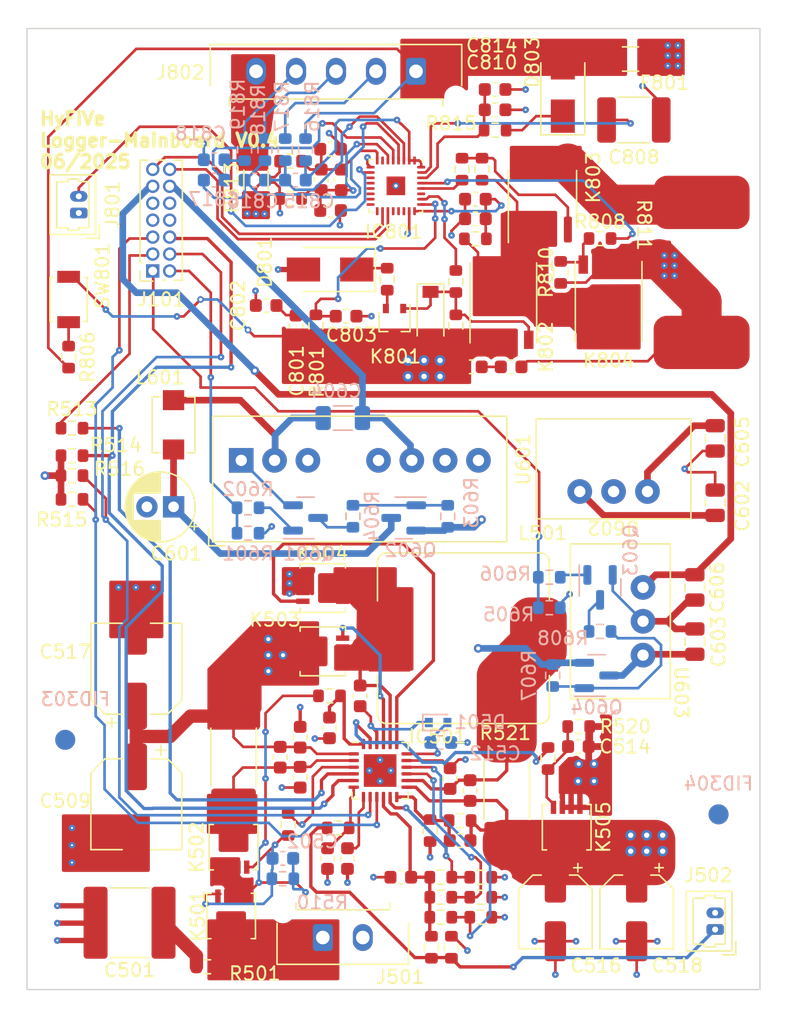
<source format=kicad_pcb>
(kicad_pcb (version 20241229) (generator "pcbnew") (generator_version "9.0")
  (layers (0 "F.Cu" signal) (4 "In1.Cu" power "In1.GND") (6 "In2.Cu" power "In2.PWR") (2 "B.Cu" signal) (13 "F.Paste" user) (15 "B.Paste" user) (5 "F.SilkS" user "F.Silkscreen") (7 "B.SilkS" user "B.Silkscreen") (1 "F.Mask" user) (3 "B.Mask" user) (25 "Edge.Cuts" user))
  (net 0 "")
  (net 1 "GND")
  (net 2 "+3V3")
  (net 3 "/power/System+")
  (net 4 "+12V")
  (net 5 "+5V")
  (net 6 "Net-(C501-Pad1)")
  (net 7 "Net-(C502-Pad2)")
  (net 8 "/power/Battery_Charger/VIN")
  (net 9 "Net-(C502-Pad1)")
  (net 10 "Net-(IC501-TS)")
  (net 11 "Net-(IC501-TTC)")
  (net 12 "Net-(IC501-VCC)")
  (net 13 "Net-(IC501-PH)")
  (net 14 "Net-(D501-K)")
  (net 15 "Net-(D501-A)")
  (net 16 "Net-(IC501-SRP)")
  (net 17 "/power/Battery_Charger/Thermistor")
  (net 18 "/power/Battery_Charger/VREF")
  (net 19 "/power/BMS/PACK+")
  (net 20 "Net-(IC501-VFB)")
  (net 21 "/power/BMS/BAT_MINUS")
  (net 22 "Net-(C801-Pad2)")
  (net 23 "Net-(Q602-D)")
  (net 24 "Net-(Q604-D)")
  (net 25 "/power/BMS/BAT_PLUS_F")
  (net 26 "Net-(U601-+VIN)")
  (net 27 "Net-(IC801-Pack)")
  (net 28 "Net-(IC801-VCC)")
  (net 29 "Net-(IC801-PBI)")
  (net 30 "Net-(IC801-SRN)")
  (net 31 "Net-(IC801-BAT)")
  (net 32 "Net-(IC801-SRP)")
  (net 33 "Net-(IC801-VC4)")
  (net 34 "Net-(IC801-VC3)")
  (net 35 "/power/BMS/BAT_PLUS")
  (net 36 "Net-(IC801-VC2)")
  (net 37 "Net-(IC801-VC1)")
  (net 38 "Net-(D801-K)")
  (net 39 "Net-(D802-K)")
  (net 40 "Net-(D803-K)")
  (net 41 "Net-(IC501-ISET2)")
  (net 42 "Net-(IC501-CE)")
  (net 43 "Net-(IC501-~{ACDRV})")
  (net 44 "Net-(IC501-ISET1)")
  (net 45 "Net-(IC501-LODRV)")
  (net 46 "Net-(IC501-HIDRV)")
  (net 47 "Net-(IC501-~{BATDRV})")
  (net 48 "Net-(IC501-ACSET)")
  (net 51 "Net-(K801-Pad2)")
  (net 52 "Net-(IC801-TS1)")
  (net 55 "/power/Battery_Charger/ACP")
  (net 59 "Net-(C514-Pad2)")
  (net 61 "Net-(C806-Pad2)")
  (net 63 "Net-(IC801-CHG)")
  (net 66 "Net-(IC801-PCHG)")
  (net 67 "Net-(IC801-DSG)")
  (net 70 "Net-(K803-Pad4)")
  (net 71 "Net-(K803-Pad5)")
  (net 72 "Net-(K802-Pad5)")
  (net 73 "Net-(K804-Pad4)")
  (net 74 "Net-(J802-Pin_3)")
  (net 75 "Net-(J802-Pin_4)")
  (net 76 "Net-(J802-Pin_2)")
  (net 77 "/power/~{STAT1}")
  (net 78 "/power/~{PG}")
  (net 79 "/power/~{STAT2}")
  (net 80 "/power/I2C_SMBus_SDA")
  (net 81 "/power/I2C_SMBus_SCL")
  (net 82 "Net-(Q601-G)")
  (net 83 "Net-(Q601-D)")
  (net 84 "Net-(Q602-G)")
  (net 85 "Net-(Q603-G)")
  (net 86 "Net-(Q603-D)")
  (net 87 "Net-(Q604-G)")
  (net 88 "/power/ENABLE_12V")
  (net 89 "/power/ENABLE_5V")
  (net 90 "/power/Charge_Enable")
  (net 91 "Net-(R806-Pad1)")
  (footprint "Capacitor_SMD:C_0603_1608Metric" (layer "F.Cu") (at 133.6465 91.0285)
    (property "Reference" "C805" (hide yes))
    (property "Value" "100pF 50V")
  )
  (footprint "Capacitor_SMD:C_0603_1608Metric" (layer "F.Cu") (at 131.75 134.475 -90)
    (property "Reference" "C513" (hide yes))
    (property "Value" "100nF 50V")
  )
  (footprint "Resistor_SMD:R_0603_1608Metric" (layer "F.Cu") (at 103.378 108.204)
    (property "Reference" "R513")
    (property "Value" "0R")
  )
  (footprint "Resistor_SMD:R_2512_6332Metric" (layer "F.Cu") (at 115.5 132.875 -90)
    (property "Reference" "R517" (hide yes))
    (property "Value" "10m")
  )
  (footprint "Capacitor_SMD:C_0603_1608Metric" (layer "F.Cu") (at 122.7 130.675 -90)
    (property "Reference" "C510" (hide yes))
    (property "Value" "1µF 35V")
  )
  (footprint "Resistor_SMD:R_0603_1608Metric" (layer "F.Cu") (at 119.781511 90.9785 180)
    (property "Reference" "R812" (hide yes))
    (property "Value" "100R")
  )
  (footprint "Capacitor_SMD:C_0603_1608Metric" (layer "F.Cu") (at 136.331511 103.6035 180)
    (property "Reference" "C807" (hide yes))
    (property "Value" "100nF 50V")
  )
  (footprint "Capacitor_SMD:C_0603_1608Metric" (layer "F.Cu") (at 133.25 135.375 90)
    (property "Reference" "C515" (hide yes))
    (property "Value" "100nF 50V")
  )
  (footprint "Resistor_SMD:R_0603_1608Metric" (layer "F.Cu") (at 134.049989 143.374994)
    (property "Reference" "R507" (hide yes))
    (property "Value" "10k")
  )
  (footprint "Capacitor_SMD:CP_Elec_6.3x5.4" (layer "F.Cu") (at 108.204 126.238 90)
    (property "Reference" "C517")
    (property "Value" "47µF 35V")
  )
  (footprint "Capacitor_SMD:C_0603_1608Metric" (layer "F.Cu") (at 123.581511 89.5785 -90)
    (property "Reference" "C811" (hide yes))
    (property "Value" "100pF 100V")
  )
  (footprint "Resistor_SMD:R_0603_1608Metric" (layer "F.Cu") (at 134.05 141.875)
    (property "Reference" "R509" (hide yes))
    (property "Value" "33k")
  )
  (footprint "Vishay:PowerPAK 1212-8 Single" (layer "F.Cu") (at 122.198012 124.940006 180)
    (property "Reference" "K503")
    (property "Value" "SiS412DN" (hide yes))
  )
  (footprint "Resistor_SMD:R_0603_1608Metric" (layer "F.Cu") (at 131.849993 147.125 -90)
    (property "Reference" "R505" (hide yes))
    (property "Value" "R_Therm_2")
  )
  (footprint "Diode_SMD:D_SMA" (layer "F.Cu") (at 122.7465 96.3035 180)
    (property "Reference" "D801")
    (property "Value" "SS1H10-E3/61T")
  )
  (footprint "Resistor_SMD:R_0603_1608Metric" (layer "F.Cu") (at 103.378 111.76)
    (property "Reference" "R516")
    (property "Value" "49,9k")
  )
  (footprint "Resistor_SMD:R_0603_1608Metric" (layer "F.Cu") (at 130.25 138.375 -90)
    (property "Reference" "R523" (hide yes))
    (property "Value" "49,9k")
  )
  (footprint "Package_TO_SOT_SMD:SOT-323_SC-70" (layer "F.Cu") (at 127.581511 100.2285 -90)
    (property "Reference" "K801")
    (property "Value" "2N7002KW")
  )
  (footprint "Sonstiges:Passmarke" (layer "F.Cu") (at 102.87 131.572)
    (property "Reference" "FID302" (hide yes))
    (property "Value" "Fiducial")
  )
  (footprint "Package_SO:SOIC-8_3.9x4.9mm_P1.27mm" (layer "F.Cu") (at 138.681511 90.8285 90)
    (property "Reference" "K803")
    (property "Value" "DMP6023LSS-13")
  )
  (footprint "Inductor_SMD:L_Bourns_SRP1245A" (layer "F.Cu") (at 132.749991 123.952)
    (property "Reference" "L501")
    (property "Value" "3,3µH")
  )
  (footprint "Capacitor_SMD:C_0805_2012Metric" (layer "F.Cu") (at 150.114 120.142 -90)
    (property "Reference" "C606")
    (property "Value" "47µF 10V")
  )
  (footprint "MountingHole:MountingHole_3.2mm_M3_ISO7380" (layer "F.Cu") (at 103.124 81.28)
    (property "Reference" "H301" (hide yes))
    (property "Value" "MountingHole")
  )
  (footprint "Capacitor_SMD:C_0603_1608Metric" (layer "F.Cu") (at 119 132.875 90)
    (property "Reference" "C505" (hide yes))
    (property "Value" "100nF 50V")
  )
  (footprint "Capacitor_SMD:C_0603_1608Metric" (layer "F.Cu") (at 124.05 140.475 90)
    (property "Reference" "C508" (hide yes))
    (property "Value" "33nF 25V")
  )
  (footprint "Capacitor_SMD:C_0603_1608Metric" (layer "F.Cu") (at 128.05 141.875 180)
    (property "Reference" "C504" (hide yes))
    (property "Value" "1µF 10V")
  )
  (footprint "MountingHole:MountingHole_3.2mm_M3_ISO7380" (layer "F.Cu") (at 151.892 131.064)
    (property "Reference" "H304" (hide yes))
    (property "Value" "MountingHole")
  )
  (footprint "Capacitor_SMD:C_0603_1608Metric" (layer "F.Cu") (at 120.181511 100.5285 90)
    (property "Reference" "C801")
    (property "Value" "100nF 50V")
  )
  (footprint "Resistor_SMD:R_0603_1608Metric" (layer "F.Cu") (at 135.128 85.852 180)
    (property "Reference" "R815")
    (property "Value" "100R")
  )
  (footprint "Resistor_SMD:R_1206_3216Metric" (layer "F.Cu") (at 117.181511 89.5785 90)
    (property "Reference" "R813")
    (property "Value" "1m")
  )
  (footprint "Diode_SMD:D_SOD-123" (layer "F.Cu") (at 130.281511 99.6285 -90)
    (property "Reference" "D802" (hide yes))
    (property "Value" "MMSZ5246B-7-F")
  )
  (footprint "Capacitor_SMD:C_0603_1608Metric" (layer "F.Cu") (at 133.3465 103.6035)
    (property "Reference" "C806" (hide yes))
    (property "Value" "100nF 50V")
  )
  (footprint "Resistor_SMD:R_0603_1608Metric" (layer "F.Cu") (at 134.1465 88.7785 -90)
    (property "Reference" "R807" (hide yes))
    (property "Value" "10M")
  )
  (footprint "Resistor_SMD:R_0603_1608Metric" (layer "F.Cu") (at 140.0465 96.52 -90)
    (property "Reference" "R810")
    (property "Value" "10M")
  )
  (footprint "Connector_Molex:Molex_PicoBlade_53047-0210_1x02_P1.25mm_Vertical" (layer "F.Cu") (at 103.886 92.065 90)
    (property "Reference" "J801")
    (property "Value" "Conn_01x02_Male")
  )
  (footprint "Resistor_SMD:R_0603_1608Metric" (layer "F.Cu") (at 139.1 132.975 90)
    (property "Reference" "R519" (hide yes))
    (property "Value" "1k")
  )
  (footprint "Capacitor_THT:CP_Radial_D5.0mm_P2.00mm" (layer "F.Cu") (at 111 114.1 180)
    (property "Reference" "C601")
    (property "Value" "10µF, 50V")
  )
  (footprint "Resistor_SMD:R_0603_1608Metric" (layer "F.Cu") (at 127.031511 97.0285 -90)
    (property "Reference" "R802" (hide yes))
    (property "Value" "10k")
  )
  (footprint "Capacitor_SMD:C_0603_1608Metric" (layer "F.Cu") (at 117.9465 99.0035 180)
    (property "Reference" "C802")
    (property "Value" "100nF 50V")
  )
  (footprint "Resistor_SMD:R_0603_1608Metric" (layer "F.Cu") (at 134.049989 144.874991)
    (property "Reference" "R503" (hide yes))
    (property "Value" "5.7k")
  )
  (footprint "Capacitor_SMD:C_0805_2012Metric" (layer "F.Cu") (at 150.114 124.206 90)
    (property "Reference" "C603")
    (property "Value" "22µF 30V")
  )
  (footprint "Resistor_SMD:R_0603_1608Metric" (layer "F.Cu") (at 131.05 141.875)
    (property "Reference" "R508" (hide yes))
    (property "Value" "232k")
  )
  (footprint "Capacitor_SMD:C_0603_1608Metric" (layer "F.Cu") (at 122.781511 87.2785 180)
    (property "Reference" "C813" (hide yes))
    (property "Value" "100nF 50V")
  )
  (footprint "Sonstiges:R_4527_11570Metric" (layer "F.Cu") (at 150.622 96.52 -90)
    (property "Reference" "R811")
    (property "Value" "46.4 5W")
  )
  (footprint "Resistor_SMD:R_0603_1608Metric" (layer "F.Cu") (at 119.781511 88.1785)
    (property "Reference" "R814" (hide yes))
    (property "Value" "100R")
  )
  (footprint "Resistor_SMD:R_0603_1608Metric" (layer "F.Cu") (at 123.35 138.175)
    (property "Reference" "R511" (hide yes))
    (property "Value" "100R")
  )
  (footprint "Vishay:PowerPAK 1212-8 Single" (layer "F.Cu") (at 115.499988 139.624988 90)
    (property "Reference" "K502")
    (property "Value" "SISH101DN-T1-GE3" (hide yes))
  )
  (footprint "Capacitor_SMD:C_0603_1608Metric" (layer "F.Cu") (at 141.375 132.075 180)
    (property "Reference" "C514")
    (property "Value" "100nF 50V")
  )
  (footprint "HER_Footprints:TI Q5B-Package" (layer "F.Cu") (at 143.6465 98.7035 90)
    (property "Reference" "K804")
    (property "Value" "CSD18540Q5B" (hide yes))
  )
  (footprint "Resistor_SMD:R_0603_1608Metric" (layer "F.Cu") (at 131.05 143.375)
    (property "Reference" "R506" (hide yes))
    (property "Value" "100k")
  )
  (footprint "Capacitor_SMD:C_0603_1608Metric" (layer "F.Cu") (at 135.128 84.328 180)
    (property "Reference" "C810")
    (property "Value" "100pF 50V")
  )
  (footprint "Vishay:PowerPAK 1212-8 Single" (layer "F.Cu") (at 115.316 144.78 -90)
    (property "Reference" "K501")
    (property "Value" "SISH101DN-T1-GE3" (hide yes))
  )
  (footprint "Capacitor_SMD:C_0603_1608Metric" (layer "F.Cu") (at 133.6465 92.5035)
    (property "Reference" "C804" (hide yes))
    (property "Value" "100pF 50V")
  )
  (footprint "Connector_Molex:Molex_PicoBlade_53047-0210_1x02_P1.25mm_Vertical" (layer "F.Cu") (at 151.638 145.796 90)
    (property "Reference" "J502")
    (property "Value" "Conn_01x02_Female")
  )
  (footprint "HER_Footprints:CC453232A" (layer "F.Cu") (at 110.998 107.95 90)
    (property "Reference" "L601")
    (property "Value" "10µH")
  )
  (footprint "Capacitor_SMD:C_0603_1608Metric" (layer "F.Cu") (at 123.9465 99.8035)
    (property "Reference" "C803")
    (property "Value" "10nF, 50V")
  )
  (footprint "Capacitor_SMD:C_0603_1608Metric" (layer "F.Cu") (at 135.128 82.804 180)
    (property "Reference" "C814")
    (property "Value" "100pF 50V")
  )
  (footprint "Capacitor_SMD:CP_Elec_5x5.3" (layer "F.Cu") (at 139.65 144.475 -90)
    (property "Reference" "C516")
    (property "Value" "20µF 35V")
  )
  (footprint "Capacitor_SMD:C_2220_5650Metric" (layer "F.Cu") (at 107.696 145.288 180)
    (property "Reference" "C501")
    (property "Value" "47µF 35V X7R")
  )
  (footprint "Resistor_SMD:R_2512_6332Metric" (layer "F.Cu") (at 136 135.375 90)
    (property "Reference" "R521")
    (property "Value" "10m")
  )
  (footprint "Resistor_SMD:R_0603_1608Metric" (layer "F.Cu") (at 130.349996 147.125 90)
    (property "Reference" "R504" (hide yes))
    (property "Value" "R_Therm_1")
  )
  (footprint "Resistor_SMD:R_0603_1608Metric" (layer "F.Cu") (at 132.6465 88.7785 90)
    (property "Reference" "R809" (hide yes))
    (property "Value" "10k")
  )
  (footprint "HER_Footprints:DC_DC_Converter" (layer "F.Cu") (at 146.226 122.682 -90)
    (property "Reference" "U603")
    (property "Value" "OKI-78SR-5_1.5-W36-C")
  )
  (footprint "Connector_Molex:Molex_Micro-Fit_3.0_43650-0515_1x05_P3.00mm_Vertical" (layer "F.Cu") (at 129.19 81.441 180)
    (property "Reference" "J802")
    (property "Value" "Conn_01x05_Male")
  )
  (footprint "Connector_PinSocket_1.27mm:PinSocket_2x07_P1.27mm_Vertical" (layer "F.Cu") (at 109.439 96.414 180)
    (property "Reference" "J101")
    (property "Value" "SFMC-107-01-L-D")
  )
  (footprint "Resistor_SMD:R_0603_1608Metric" (layer "F.Cu") (at 119.6 137.922 90)
    (property "Reference" "R512" (hide yes))
    (property "Value" "1k")
  )
  (footprint "Capacitor_SMD:C_0603_1608Metric" (layer "F.Cu") (at 122.081511 89.5785 -90)
    (property "Reference" "C812" (hide yes))
    (property "Value" "100nF 50V")
  )
  (footprint "Connector_Molex:Molex_Micro-Fit_3.0_43650-0215_1x02_P3.00mm_Vertical" (layer "F.Cu") (at 122.198 146.397)
    (property "Reference" "J501")
    (property "Value" "Conn_01x02")
  )
  (footprint "MountingHole:MountingHole_3.2mm_M3_ISO7380" (layer "F.Cu") (at 151.892 81.28)
    (property "Reference" "H302" (hide yes))
    (property "Value" "MountingHole")
  )
  (footprint "Resistor_SMD:R_0603_1608Metric" (layer "F.Cu") (at 131.049995 144.875)
    (property "Reference" "R502" (hide yes))
    (property "Value" "10k")
  )
  (footprint "Capacitor_SMD:C_0603_1608Metric" (layer "F.Cu") (at 125 128.275 90)
    (property "Reference" "C511" (hide yes))
    (property "Value" "100nF 50V")
  )
  (footprint "Resistor_SMD:R_0603_1608Metric" (layer "F.Cu") (at 133.6465 94.0035 180)
    (property "Reference" "R805" (hide yes))
    (property "Value" "510R")
  )
  (footprint "Capacitor_SMD:CP_Elec_6.3x5.4" (layer "F.Cu") (at 108.204 136.398 -90)
    (property "Reference" "C509")
    (property "Value" "47µF 35V")
  )
  (footprint "Resistor_SMD:R_0603_1608Metric" (layer "F.Cu") (at 113.538 148.59 180)
    (property "Reference" "R501")
    (property "Value" "100R")
  )
  (footprint "Capacitor_SMD:C_0603_1608Metric" (layer "F.Cu") (at 132.5 139.125)
    (property "Reference" "C519" (hide yes))
    (property "Value" "22pF 35V")
  )
  (footprint "Resistor_SMD:R_0603_1608Metric" (layer "F.Cu") (at 103.124 102.87 -90)
    (property "Reference" "R806")
    (property "Value" "51R")
  )
  (footprint "Sonstiges:Passmarke" (layer "F.Cu") (at 151.892 137.16)
    (property "Reference" "FID301" (hide yes))
    (property "Value" "Fiducial")
  )
  (footprint "Diode_SMD:D_SMA" (layer "F.Cu") (at 140.208 82.804 90)
    (property "Reference" "D803")
    (property "Value" "SS1H10-E3/61T" (hide yes))
  )
  (footprint "Resistor_SMD:R_0603_1608Metric" (layer "F.Cu") (at 143.002 93.98 180)
    (property "Reference" "R808")
    (property "Value" "1k")
  )
  (footprint "Capacitor_SMD:C_0603_1608Metric" (layer "F.Cu") (at 120.5 131.375 -90)
    (property "Reference" "C507" (hide yes))
    (property "Value" "100nF 50V")
  )
  (footprint "Texas:RSM32 VQFN-32-1EP_4x4mm_P0.4mm_EP1.4x1.4mm_ThermalVias" (layer "F.Cu") (at 127.681511 90.0285 -90)
    (property "Reference" "IC801")
    (property "Value" "BQ40Z80")
  )
  (footprint "HER_Footprints:TI Q5B-Package" (layer "F.Cu") (at 135.7465 98.8035 -90)
    (property "Reference" "K802")
    (property "Value" "CSD18540Q5B" (hide yes))
  )
  (footprint "Resistor_SMD:R_0603_1608Metric" (layer "F.Cu") (at 132.181511 100.5285 -90)
    (property "Reference" "R803" (hide yes))
    (property "Value" "10M")
  )
  (footprint "Resistor_SMD:R_0603_1608Metric" (layer "F.Cu") (at 103.378 110.26)
    (property "Reference" "R514")
    (property "Value" "49,9k")
  )
  (footprint "Converter_DCDC:Converter_DCDC_XP_POWER-ITxxxxxS_THT" (layer "F.Cu") (at 116.078 110.614 90)
    (property "Reference" "U601")
    (property "Value" "SPBW06F-12")
  )
  (footprint "Resistor_SMD:R_0603_1608Metric" (layer "F.Cu") (at 132.181511 97.2035 -90)
    (property "Reference" "R804" (hide yes))
    (property "Value" "4,81k")
  )
  (footprint "Vishay:PowerPAK 1212-8 Single" (layer "F.Cu") (at 122.198012 120.190003)
    (property "Reference" "K504")
    (property "Value" "SiS412DN" (hide yes))
  )
  (footprint "Capacitor_SMD:C_1812_4532Metric" (layer "F.Cu") (at 145.542 85.09)
    (property "Reference" "C808")
    (property "Value" "2,2µF 100V")
  )
  (footprint "Capacitor_SMD:C_0603_1608Metric" (layer "F.Cu") (at 122.55 140.475 90)
    (property "Reference" "C506" (hide yes))
    (property "Value" "100nF 50V")
  )
  (footprint "Resistor_SMD:R_0603_1608Metric" (layer "F.Cu") (at 103.378 113.538)
    (property "Reference" "R515")
    (property "Value" "49,9k")
  )
  (footprint "Button_Switch_SMD:SW_SPST_B3U-1000P" (layer "F.Cu") (at 103.124 98.552 90)
    (property "Reference" "SW801")
    (property "Value" "SW_Push")
  )
  (footprint "Capacitor_SMD:C_0603_1608Metric" (layer "F.Cu") (at 120.5 134.375 90)
    (property "Reference" "C503" (hide yes))
    (property "Value" "100nF 50V")
  )
  (footprint "HER_Footprints:DC_DC_Converter" (layer "F.Cu") (at 144.018 112.952 180)
    (property "Reference" "U602")
    (property "Value" "OKI-78SR-3.3_1.5-W36-C")
  )
  (footprint "Capacitor_SMD:C_0603_1608Metric" (layer "F.Cu") (at 122.781511 91.8785 180)
    (property "Reference" "C809" (hide yes))
    (property "Value" "100nF 50V")
  )
  (footprint "Capacitor_SMD:C_0805_2012Metric" (layer "F.Cu") (at 151.638 108.966 -90)
    (property "Reference" "C605")
    (property "Value" "47µF 10V")
  )
  (footprint "Resistor_SMD:R_0603_1608Metric" (layer "F.Cu") (at 122.7 128.275 180)
    (property "Reference" "R518" (hide yes))
    (property "Value" "10R")
  )
  (footprint "Capacitor_SMD:CP_Elec_5x5.3" (layer "F.Cu") (at 145.75 144.475 -90)
    (property "Reference" "C518")
    (property "Value" "20µF 35V")
  )
  (footprint "Package_DFN_QFN:VQFN-24-1EP_4x4mm_P0.5mm_EP2.45x2.45mm" (layer "F.Cu") (at 126.5 133.875)
    (property "Reference" "IC501")
    (property "Value" "BQ24618")
  )
  (footprint "Resistor_SMD:R_0603_1608Metric" (layer "F.Cu") (at 132.5 137.625 180)
    (property "Reference" "R522" (hide yes))
    (property "Value" "357k")
  )
  (footprint "Fuse:Fuse_1206_3216Metric" (layer "F.Cu") (at 145.288 80.518 180)
    (property "Reference" "F801")
    (property "Value" "12A")
  )
  (footprint "Vishay:PowerPAK 1212-8 Single" (layer "F.Cu") (at 140.499989 138.124991 -90)
    (property "Reference" "K505")
    (property "Value" "SISH101DN-T1-GE3" (hide yes))
  )
  (footprint "Resistor_SMD:R_0603_1608Metric" (layer "F.Cu") (at 121.681511 100.5285 -90)
    (property "Reference" "R801")
    (property "Value" "1,1k")
  )
  (footprint "MountingHole:MountingHole_3.2mm_M3_ISO7380" (layer "F.Cu") (at 103.124 118.872)
    (property "Reference" "H306" (hide yes))
    (property "Value" "MountingHole")
  )
  (footprint "Resistor_SMD:R_0603_1608Metric" (layer "F.Cu") (at 141.4 130.575 180)
    (property "Reference" "R520")
    (property "Value" "100k")
  )
  (footprint "Capacitor_SMD:C_0805_2012Metric" (layer "F.Cu") (at 151.638 113.792 90)
    (property "Reference" "C602")
    (property "Value" "22µF 30V")
  )
  (footprint "Capacitor_SMD:C_0603_1608Metric" (layer "B.Cu") (at 114.046 88.075 180)
    (property "Reference" "C818")
    (property "Value" "100nF 50V")
  )
  (footprint "Resistor_SMD:R_0603_1608Metric" (layer "B.Cu") (at 116.332 87.313 -90)
    (property "Reference" "R819")
    (property "Value" "499R")
  )
  (footprint "Resistor_SMD:R_0603_1608Metric" (layer "B.Cu") (at 119.38 87.313 -90)
    (property "Reference" "R817")
    (property "Value" "499R")
  )
  (footprint "Resistor_SMD:R_0603_1608Metric" (layer "B.Cu") (at 116.586 116.078 180)
    (property "Reference" "R601")
    (property "Value" "2k7")
  )
  (footprint "Package_TO_SOT_SMD:SOT-23" (layer "B.Cu") (at 120.904 114.932)
    (property "Reference" "Q601")
    (property "Value" "BSS123")
  )
  (footprint "Resistor_SMD:R_0603_1608Metric" (layer "B.Cu") (at 117.856 87.313 -90)
    (property "Reference" "R818")
    (property "Value" "499R")
  )
  (footprint "Package_TO_SOT_SMD:SOT-23" (layer "B.Cu") (at 142.748 126.746)
    (property "Reference" "Q604")
    (property "Value" "IRLML5203TRPBF")
  )
  (footprint "Sonstiges:Passmarke" (layer "B.Cu") (at 102.87 131.572 180)
    (property "Reference" "FID303")
    (property "Value" "Fiducial")
  )
  (footprint "Package_TO_SOT_SMD:SOT-23" (layer "B.Cu") (at 128.27 114.932 180)
    (property "Reference" "Q602")
    (property "Value" "IRLML5203TRPBF")
  )
  (footprint "Resistor_SMD:R_0603_1608Metric" (layer "B.Cu") (at 139.192 121.666 180)
    (property "Reference" "R605")
    (property "Value" "2k7")
  )
  (footprint "Capacitor_SMD:C_0603_1608Metric" (layer "B.Cu") (at 119.2 140.462 180)
    (property "Reference" "C502")
    (property "Value" "100nF 50V")
  )
  (footprint "Resistor_SMD:R_0603_1608Metric" (layer "B.Cu") (at 139.192 119.38)
    (property "Reference" "R606")
    (property "Value" "47k")
  )
  (footprint "Diode_SMD:D_SOD-523" (layer "B.Cu") (at 130.85 130.275)
    (property "Reference" "D501")
    (property "Value" "BAT54W")
  )
  (footprint "Resistor_SMD:R_0603_1608Metric" (layer "B.Cu") (at 119.2 141.986 180)
    (property "Reference" "R510")
    (property "Value" "100k")
  )
  (footprint "Resistor_SMD:R_0603_1608Metric" (layer "B.Cu") (at 131.572 114.808 -90)
    (property "Reference" "R603")
    (property "Value" "680k")
  )
  (footprint "Capacitor_SMD:C_0603_1608Metric" (layer "B.Cu") (at 114.046 89.599)
    (property "Reference" "C817")
    (property "Value" "100nF 50V")
  )
  (footprint "Resistor_SMD:R_0603_1608Metric" (layer "B.Cu") (at 139.446 126.746 90)
    (property "Reference" "R607")
    (property "Value" "680k")
  )
  (footprint "Resistor_SMD:R_0603_1608Metric" (layer "B.Cu") (at 120.904 87.313 -90)
    (property "Reference" "R816")
    (property "Value" "499R")
  )
  (footprint "Capacitor_SMD:C_0603_1608Metric" (layer "B.Cu") (at 117.094 89.599 180)
    (property "Reference" "C816")
    (property "Value" "100nF 50V")
  )
  (footprint "Capacitor_SMD:C_0603_1608Metric" (layer "B.Cu") (at 120.142 89.599 180)
    (property "Reference" "C815")
    (property "Value" "100nF 50V")
  )
  (footprint "Capacitor_SMD:C_1206_3216Metric" (layer "B.Cu") (at 123.698 107.442)
    (property "Reference" "C604")
    (property "Value" "150pF, 2kV")
  )
  (footprint "Resistor_SMD:R_0603_1608Metric" (layer "B.Cu") (at 143.002 123.444)
    (property "Reference" "R608")
    (property "Value" "1k")
  )
  (footprint "Capacitor_SMD:C_0603_1608Metric" (layer "B.Cu") (at 131.05 131.775)
    (property "Reference" "C512")
    (property "Value" "1µF 35V")
  )
  (footprint "Package_TO_SOT_SMD:SOT-23" (layer "B.Cu") (at 143.002 120.142 -90)
    (property "Reference" "Q603")
    (property "Value" "BSS123")
  )
  (footprint "Sonstiges:Passmarke" (layer "B.Cu") (at 151.892 137.16 180)
    (property "Reference" "FID304")
    (property "Value" "Fiducial")
  )
  (footprint "Resistor_SMD:R_0603_1608Metric" (layer "B.Cu") (at 116.586 114.17)
    (property "Reference" "R602")
    (property "Value" "47k")
  )
  (footprint "Resistor_SMD:R_0603_1608Metric" (layer "B.Cu") (at 124.46 114.808 90)
    (property "Reference" "R604")
    (property "Value" "1k")
  )
  (gr_line (start 155 78.232) (end 155 150.3) (stroke (width 0.1)) (layer "Edge.Cuts"))
  (gr_line (start 100 78.232) (end 155 78.232) (stroke (width 0.1)) (layer "Edge.Cuts"))
  (gr_line (start 155 150.3) (end 100 150.3) (stroke (width 0.1)) (layer "Edge.Cuts"))
  (gr_line (start 100 150.3) (end 100 78.232) (stroke (width 0.1)) (layer "Edge.Cuts"))
  (gr_text "HyFiVe\nLogger-Mainboard V0.4\n06/2025" (at 100.838 86.614 0) (layer "F.SilkS") (effects (font (size 1 1) (thickness 0.25)) (justify left)))
  (segment (start 118.981511 91.0035) (end 118.981511 92.0785) (width 0.2) (layer "F.Cu") (net 1))
  (segment (start 134.875 144.875) (end 135.85 144.875) (width 0.2) (layer "F.Cu") (net 1))
  (segment (start 131.175 133.125) (end 131.75 133.7) (width 0.2) (layer "F.Cu") (net 1))
  (segment (start 117.1465 97.9035) (end 117.1715 97.9285) (width 0.2) (layer "F.Cu") (net 1))
  (segment (start 104.528 145.318) (end 102.278 145.318) (width 0.4) (layer "F.Cu") (net 1))
  (segment (start 134.875 141.875) (end 135.85 141.875) (width 0.2) (layer "F.Cu") (net 1))
  (segment (start 134.875 143.375) (end 135.85 143.375) (width 0.2) (layer "F.Cu") (net 1))
  (segment (start 128.681511 91.9285) (end 128.681511 93.502489) (width 0.2) (layer "F.Cu") (net 1))
  (segment (start 139.65 146.675) (end 139.65 149.175) (width 0.2) (layer "F.Cu") (net 1))
  (segment (start 149.606 111.506) (end 149.352 111.252) (width 0.2) (layer "F.Cu") (net 1))
  (segment (start 139.65 146.675) (end 141.2 146.675) (width 0.2) (layer "F.Cu") (net 1))
  (segment (start 117.181511 91.041) (end 117.181511 90.1785) (width 0.2) (layer "F.Cu") (net 1))
  (segment (start 122.6665 86.078489) (end 123.556511 86.9685) (width 0.2) (layer "F.Cu") (net 1))
  (segment (start 135.903 82.804) (end 137.414 82.804) (width 0.2) (layer "F.Cu") (net 1))
  (segment (start 135.903 84.328) (end 137.414 84.328) (width 0.2) (layer "F.Cu") (net 1))
  (segment (start 104.478 144.018) (end 102.278 144.018) (width 0.4) (layer "F.Cu") (net 1))
  (segment (start 145.75 146.675) (end 147.3 146.675) (width 0.2) (layer "F.Cu") (net 1))
  (segment (start 125.5465 88.393489) (end 125.781511 88.6285) (width 0.2) (layer "F.Cu") (net 1))
  (segment (start 104.478 146.618) (end 102.278 146.618) (width 0.4) (layer "F.Cu") (net 1))
  (segment (start 123.481511 91.9535) (end 123.481511 92.9785) (width 0.2) (layer "F.Cu") (net 1))
  (segment (start 132.9 133.0495) (end 132.4005 133.0495) (width 0.2) (layer "F.Cu") (net 1))
  (segment (start 126 141.875) (end 127.275 141.875) (width 0.2) (layer "F.Cu") (net 1))
  (segment (start 145.75 146.675) (end 144.2 146.675) (width 0.2) (layer "F.Cu") (net 1))
  (segment (start 124.05 142.275) (end 124.05 141.35) (width 0.25) (layer "F.Cu") (net 1))
  (segment (start 132.8715 91.0285) (end 132.8715 92.5035) (width 0.2) (layer "F.Cu") (net 1))
  (segment (start 130.25 140.375) (end 130.25 139.2) (width 0.25) (layer "F.Cu") (net 1))
  (segment (start 122.675 131.475) (end 121.6 131.475) (width 0.2) (layer "F.Cu") (net 1))
  (segment (start 150.114 123.256) (end 148.656 123.256) (width 0.5) (layer "F.Cu") (net 1))
  (segment (start 120.5 135.15) (end 119.125 135.15) (width 0.2) (layer "F.Cu") (net 1))
  (segment (start 131.925 146.25) (end 133.05 147.375) (width 0.2) (layer "F.Cu") (net 1))
  (segment (start 131.854706 93.405305) (end 132.756511 92.5035) (width 0.2) (layer "F.Cu") (net 1))
  (segment (start 125.5465 87.903) (end 125.5465 88.393489) (width 0.2) (layer "F.Cu") (net 1))
  (segment (start 125.8465 99.8035) (end 124.7215 99.8035) (width 0.2) (layer "F.Cu") (net 1))
  (segment (start 117.1715 97.9285) (end 117.1715 99.0035) (width 0.2) (layer "F.Cu") (net 1))
  (segment (start 118.8465 96.3035) (end 120.7465 96.3035) (width 0.4) (layer "F.Cu") (net 1))
  (segment (start 132.4005 133.0495) (end 131.75 133.7) (width 0.2) (layer "F.Cu") (net 1))
  (segment (start 117.181511 90.1785) (end 117.581511 89.7785) (width 0.2) (layer "F.Cu") (net 1))
  (segment (start 120.5 130.6) (end 120.5 129.125) (width 0.25) (layer "F.Cu") (net 1))
  (segment (start 151.638 112.842) (end 151.638 111.506) (width 0.2) (layer "F.Cu") (net 1))
  (segment (start 122.55 141.25) (end 122.55 142.275) (width 0.2) (layer "F.Cu") (net 1))
  (segment (start 145.75 146.675) (end 145.75 149.175) (width 0.2) (layer "F.Cu") (net 1))
  (segment (start 150.688 109.916) (end 149.352 111.252) (width 0.2) (layer "F.Cu") (net 1))
  (segment (start 117.581511 89.7785) (end 118.581511 89.7785) (width 0.2) (layer "F.Cu") (net 1))
  (segment (start 118.956511 90.1535) (end 118.956511 90.9785) (width 0.2) (layer "F.Cu") (net 1))
  (segment (start 147.592 83.838) (end 146.304 82.55) (width 0.2) (layer "F.Cu") (net 1))
  (segment (start 146.304 82.55) (end 146.1825 82.55) (width 0.2) (layer "F.Cu") (net 1))
  (segment (start 149.672 121.092) (end 148.082 122.682) (width 0.5) (layer "F.Cu") (net 1))
  (segment (start 151.638 111.506) (end 149.606 111.506) (width 0.2) (layer "F.Cu") (net 1))
  (segment (start 128.681511 93.502489) (end 128.57 93.614) (width 0.2) (layer "F.Cu") (net 1))
  (segment (start 139.65 146.675) (end 138.1 146.675) (width 0.2) (layer "F.Cu") (net 1))
  (segment (start 128.4875 133.125) (end 131.175 133.125) (width 0.2) (layer "F.Cu") (net 1))
  (segment (start 118.581511 89.7785) (end 118.956511 90.1535) (width 0.2) (layer "F.Cu") (net 1))
  (segment (start 151.638 109.916) (end 150.688 109.916) (width 0.2) (layer "F.Cu") (net 1))
  (segment (start 148.656 123.256) (end 148.082 122.682) (width 0.5) (layer "F.Cu") (net 1))
  (segment (start 148.082 122.682) (end 146.226 122.682) (width 0.5) (layer "F.Cu") (net 1))
  (segment (start 131.854706 93.745294) (end 131.854706 93.405305) (width 0.2) (layer "F.Cu") (net 1))
  (via (at 130.25 140.375) (size 0.5) (drill 0.15) (layers "F.Cu" "B.Cu") (net 1))
  (via (at 102.278 144.018) (size 0.5) (drill 0.15) (layers "F.Cu" "B.Cu") (net 1))
  (via (at 119.698 120.6061) (size 0.5) (drill 0.15) (layers "F.Cu" "B.Cu") (net 1))
  (via (at 118.364 115.57) (size 0.5) (drill 0.15) (layers "F.Cu" "B.Cu") (net 1))
  (via (at 123.481511 92.9785) (size 0.5) (drill 0.15) (layers "F.Cu" "B.Cu") (net 1))
  (via (at 120.5 129.125) (size 0.5) (drill 0.15) (layers "F.Cu" "B.Cu") (net 1))
  (via (at 118.8465 96.3035) (size 0.5) (drill 0.15) (layers "F.Cu" "B.Cu") (net 1))
  (via (at 103.378 138.176) (size 0.5) (drill 0.15) (layers "F.Cu" "B.Cu") (net 1))
  (via (at 145.75 149.175) (size 0.5) (drill 0.15) (layers "F.Cu" "B.Cu") (net 1))
  (via (at 119.698 119.84) (size 0.5) (drill 0.15) (layers "F.Cu" "B.Cu") (net 1))
  (via (at 125.7 133.875) (size 0.5) (drill 0.15) (layers "F.Cu" "B.Cu") (net 1))
  (via (at 135.85 141.875) (size 0.5) (drill 0.15) (layers "F.Cu" "B.Cu") (net 1))
  (via (at 124.05 142.275) (size 0.5) (drill 0.15) (layers "F.Cu" "B.Cu") (net 1))
  (via (at 128.57 93.614) (size 0.5) (drill 0.15) (layers "F.Cu" "B.Cu") (net 1))
  (via (at 106.874 120.142) (size 0.5) (drill 0.15) (layers "F.Cu" "B.Cu") (net 1))
  (via (at 139.65 149.175) (size 0.5) (drill 0.15) (layers "F.Cu" "B.Cu") (net 1))
  (via (at 119.698 119.14) (size 0.5) (drill 0.15) (layers "F.Cu" "B.Cu") (net 1))
  (via (at 137.414 84.328) (size 0.5) (drill 0.15) (layers "F.Cu" "B.Cu") (net 1))
  (via (at 125.5465 87.903) (size 0.5) (drill 0.15) (layers "F.Cu" "B.Cu") (net 1))
  (via (at 103.378 139.476) (size 0.5) (drill 0.15) (layers "F.Cu" "B.Cu") (net 1))
  (via (at 117.8315 92.1285) (size 0.5) (drill 0.15) (layers "F.Cu" "B.Cu") (net 1))
  (via (at 131.854706 93.745294) (size 0.5) (drill 0.15) (layers "F.Cu" "B.Cu") (net 1))
  (via (at 122.55 142.275) (size 0.5) (drill 0.15) (layers "F.Cu" "B.Cu") (net 1))
  (via (at 117.1815 92.1285) (size 0.5) (drill 0.15) (layers "F.Cu" "B.Cu") (net 1))
  (via (at 146.1825 82.55) (size 0.5) (drill 0.15) (layers "F.Cu" "B.Cu") (net 1))
  (via (at 117.1465 97.9035) (size 0.5) (drill 0.15) (layers "F.Cu" "B.Cu") (net 1))
  (via (at 133.05 147.375) (size 0.5) (drill 0.15) (layers "F.Cu" "B.Cu") (net 1))
  (via (at 149.352 111.252) (size 0.5) (drill 0.15) (layers "F.Cu" "B.Cu") (net 1))
  (via (at 147.3 146.675) (size 0.5) (drill 0.15) (layers "F.Cu" "B.Cu") (net 1))
  (via (at 119.125 135.15) (size 0.5) (drill 0.15) (layers "F.Cu" "B.Cu") (net 1))
  (via (at 102.278 145.318) (size 0.5) (drill 0.15) (layers "F.Cu" "B.Cu") (net 1))
  (via (at 137.414 82.804) (size 0.5) (drill 0.15) (layers "F.Cu" "B.Cu") (net 1))
  (via (at 122.6665 86.078489) (size 0.5) (drill 0.15) (layers "F.Cu" "B.Cu") (net 1))
  (via (at 133.05 131.775) (size 0.5) (drill 0.15) (layers "F.Cu" "B.Cu") (net 1))
  (via (at 121.6 131.475) (size 0.5) (drill 0.15) (layers "F.Cu" "B.Cu") (net 1))
  (via (at 102.278 146.618) (size 0.5) (drill 0.15) (layers "F.Cu" "B.Cu") (net 1))
  (via (at 116.5315 92.1035) (size 0.5) (drill 0.15) (layers "F.Cu" "B.Cu") (net 1))
  (via (at 126.5 133.075) (size 0.5) (drill 0.15) (layers "F.Cu" "B.Cu") (net 1))
  (via (at 125.8465 99.8035) (size 0.5) (drill 0.15) (layers "F.Cu" "B.Cu") (net 1))
  (via (at 108.174 120.142) (size 0.5) (drill 0.15) (layers "F.Cu" "B.Cu") (net 1))
  (via (at 140.716 120.65) (size 0.5) (drill 0.15) (layers "F.Cu" "B.Cu") (net 1))
  (via (at 109.474 120.142) (size 0.5) (drill 0.15) (layers "F.Cu" "B.Cu") (net 1))
  (via (at 132.9 133.0495) (size 0.5) (drill 0.15) (layers "F.Cu" "B.Cu") (net 1))
  (via (at 141.2 146.675) (size 0.5) (drill 0.15) (layers "F.Cu" "B.Cu") (net 1))
  (via (at 135.85 143.375) (size 0.5) (drill 0.15) (layers "F.Cu" "B.Cu") (net 1))
  (via (at 103.378 140.776) (size 0.5) (drill 0.15) (layers "F.Cu" "B.Cu") (net 1))
  (via (at 127.3 133.875) (size 0.5) (drill 0.15) (layers "F.Cu" "B.Cu") (net 1))
  (via (at 118.981511 92.0785) (size 0.5) (drill 0.15) (layers "F.Cu" "B.Cu") (net 1))
  (via (at 135.85 144.875) (size 0.5) (drill 0.15) (layers "F.Cu" "B.Cu") (net 1))
  (via (at 113.284 86.868) (size 0.5) (drill 0.15) (layers "F.Cu" "B.Cu") (net 1))
  (via (at 138.1 146.675) (size 0.5) (drill 0.15) (layers "F.Cu" "B.Cu") (net 1))
  (via (at 144.2 146.675) (size 0.5) (drill 0.15) (layers "F.Cu" "B.Cu") (net 1))
  (via (at 126 141.875) (size 0.5) (drill 0.15) (layers "F.Cu" "B.Cu") (net 1))
  (via (at 126.5 134.675) (size 0.5) (drill 0.15) (layers "F.Cu" "B.Cu") (net 1))
  (segment (start 140.017 121.349) (end 140.716 120.65) (width 0.2) (layer "B.Cu") (net 1))
  (segment (start 117.856 116.078) (end 118.364 115.57) (width 0.2) (layer "B.Cu") (net 1))
  (segment (start 143.952 119.2045) (end 143.952 120.408) (width 0.2) (layer "B.Cu") (net 1))
  (segment (start 119.446 113.982) (end 116.078 110.614) (width 0.2) (layer "B.Cu") (net 1))
  (segment (start 143.952 120.408) (end 146.226 122.682) (width 0.2) (layer "B.Cu") (net 1))
  (segment (start 131.825 131.775) (end 133.05 131.775) (width 0.2) (layer "B.Cu") (net 1))
  (segment (start 113.271 86.881) (end 113.284 86.868) (width 0.2) (layer "B.Cu") (net 1))
  (segment (start 117.411 116.078) (end 117.856 116.078) (width 0.2) (layer "B.Cu") (net 1))
  (segment (start 113.271 88.075) (end 113.271 86.881) (width 0.2) (layer "B.Cu") (net 1))
  (segment (start 150.048 108.016) (end 146.558 111.506) (width 0.5) (layer "F.Cu") (net 2))
  (segment (start 102.553 111.76) (end 101.346 111.76) (width 0.5) (layer "F.Cu") (net 2))
  (segment (start 102.553 110.26) (end 102.553 113.538) (width 0.5) (layer "F.Cu") (net 2))
  (segment (start 151.638 108.016) (end 150.048 108.016) (width 0.5) (layer "F.Cu") (net 2))
  (segment (start 146.558 111.506) (end 146.558 112.952) (width 0.5) (layer "F.Cu") (net 2))
  (via (at 101.346 111.76) (size 0.65) (drill 0.3) (layers "F.Cu" "B.Cu") (net 2))
  (segment (start 119 132.1) (end 120.45 132.1) (width 0.2) (layer "F.Cu") (net 3))
  (segment (start 124.5125 132.625) (end 121.75 132.625) (width 0.2) (layer "F.Cu") (net 3))
  (segment (start 143.268 114.742) (end 141.478 112.952) (width 0.5) (layer "F.Cu") (net 3))
  (segment (start 121.275 132.15) (end 120.5 132.15) (width 0.2) (layer "F.Cu") (net 3))
  (segment (start 110.744 131.318) (end 112.268 129.794) (width 1) (layer "F.Cu") (net 3))
  (segment (start 112.268 129.794) (end 115.3815 129.794) (width 1) (layer "F.Cu") (net 3))
  (segment (start 115.5 131.375) (end 116.225 132.1) (width 0.2) (layer "F.Cu") (net 3))
  (segment (start 121.75 132.625) (end 121.275 132.15) (width 0.2) (layer "F.Cu") (net 3))
  (segment (start 108.204 131.318) (end 108.204 129.038) (width 1) (layer "F.Cu") (net 3))
  (segment (start 108.204 131.318) (end 110.744 131.318) (width 1) (layer "F.Cu") (net 3))
  (segment (start 108.204 133.598) (end 108.204 131.318) (width 1) (layer "F.Cu") (net 3))
  (segment (start 151.638 114.742) (end 143.268 114.742) (width 0.5) (layer "F.Cu") (net 3))
  (segment (start 115.5 129.9125) (end 115.5 131.375) (width 0.2) (layer "F.Cu") (net 3))
  (segment (start 116.225 132.1) (end 118.5 132.1) (width 0.2) (layer "F.Cu") (net 3))
  (segment (start 140.1698 136.63275) (end 141.4906 136.63275) (width 0.25) (layer "F.Cu") (net 3))
  (segment (start 115.3815 129.794) (end 115.5 129.9125) (width 1) (layer "F.Cu") (net 3))
  (via (at 141.3995 133.375) (size 0.65) (drill 0.3) (layers "F.Cu" "B.Cu") (net 3))
  (via (at 142.55 133.375) (size 0.65) (drill 0.3) (layers "F.Cu" "B.Cu") (net 3))
  (via (at 118.11 124.022) (size 0.65) (drill 0.3) (layers "F.Cu" "B.Cu") (net 3))
  (via (at 119.21 125.222) (size 0.65) (drill 0.3) (layers "F.Cu" "B.Cu") (net 3))
  (via (at 118.11 125.222) (size 0.65) (drill 0.3) (layers "F.Cu" "B.Cu") (net 3))
  (via (at 141.35 134.675) (size 0.65) (drill 0.3) (layers "F.Cu" "B.Cu") (net 3))
  (via (at 118.11 126.422) (size 0.65) (drill 0.3) (layers "F.Cu" "B.Cu") (net 3))
  (via (at 134.112 115.062) (size 0.65) (drill 0.3) (layers "F.Cu" "B.Cu") (net 3))
  (via (at 142.55 134.675) (size 0.65) (drill 0.3) (layers "F.Cu" "B.Cu") (net 3))
  (via (at 133.858 124.714) (size 0.65) (drill 0.3) (layers "F.Cu" "B.Cu") (net 3))
  (segment (start 133.858 124.714) (end 137.414 124.714) (width 0.5) (layer "B.Cu") (net 3))
  (segment (start 133.541 115.633) (end 134.112 115.062) (width 0.5) (layer "B.Cu") (net 3))
  (segment (start 131.323 115.882) (end 131.572 115.633) (width 0.5) (layer "B.Cu") (net 3))
  (segment (start 129.2075 115.882) (end 131.323 115.882) (width 0.5) (layer "B.Cu") (net 3))
  (segment (start 137.414 124.714) (end 138.621 125.921) (width 0.5) (layer "B.Cu") (net 3))
  (segment (start 141.8105 125.796) (end 139.571 125.796) (width 0.5) (layer "B.Cu") (net 3))
  (segment (start 131.572 115.633) (end 133.541 115.633) (width 0.5) (layer "B.Cu") (net 3))
  (segment (start 138.621 125.921) (end 139.446 125.921) (width 0.5) (layer "B.Cu") (net 3))
  (segment (start 125.173 104.262188) (end 110.974812 90.064) (width 0.5) (layer "B.Cu") (net 4))
  (segment (start 126.746 107.442) (end 128.778 109.474) (width 0.5) (layer "B.Cu") (net 4))
  (segment (start 125.173 107.442) (end 125.173 104.262188) (width 0.5) (layer "B.Cu") (net 4))
  (segment (start 110.974812 90.064) (end 110.709 90.064) (width 0.5) (layer "B.Cu") (net 4))
  (segment (start 125.173 107.442) (end 126.746 107.442) (width 0.5) (layer "B.Cu") (net 4))
  (segment (start 128.778 109.474) (end 128.778 110.614) (width 0.5) (layer "B.Cu") (net 4))
  (segment (start 151.384 105.664) (end 118.872 105.664) (width 0.5) (layer "F.Cu") (net 5))
  (segment (start 118.872 105.664) (end 117.094 103.886) (width 0.5) (layer "F.Cu") (net 5))
  (segment (start 152.81252 107.09252) (end 151.384 105.664) (width 0.5) (layer "F.Cu") (net 5))
  (segment (start 150.114 119.192) (end 147.176 119.192) (width 0.5) (layer "F.Cu") (net 5))
  (segment (start 147.176 119.192) (end 146.226 120.142) (width 0.5) (layer "F.Cu") (net 5))
  (segment (start 150.114 119.192) (end 152.81252 116.49348) (width 0.5) (layer "F.Cu") (net 5))
  (segment (start 152.81252 116.49348) (end 152.81252 107.09252) (width 0.5) (layer "F.Cu") (net 5))
  (via (at 117.094 103.886) (size 0.65) (drill 0.3) (layers "F.Cu" "B.Cu") (net 5))
  (segment (start 107.188 97.028) (end 107.188 92.119188) (width 0.5) (layer "B.Cu") (net 5))
  (segment (start 109.243188 90.064) (end 109.439 90.064) (width 0.5) (layer "B.Cu") (net 5))
  (segment (start 107.188 92.119188) (end 109.243188 90.064) (width 0.5) (layer "B.Cu") (net 5))
  (segment (start 111.252 98.044) (end 108.204 98.044) (width 0.5) (layer "B.Cu") (net 5))
  (segment (start 117.094 103.886) (end 111.252 98.044) (width 0.5) (layer "B.Cu") (net 5))
  (segment (start 108.204 98.044) (end 107.188 97.028) (width 0.5) (layer "B.Cu") (net 5))
  (segment (start 112.713 148.59) (end 112.713 147.755) (width 1) (layer "F.Cu") (net 6))
  (segment (start 112.713 147.755) (end 110.246 145.288) (width 1) (layer "F.Cu") (net 6))
  (segment (start 113.54225 143.13275) (end 114.5094 143.13275) (width 0.2) (layer "F.Cu") (net 7))
  (segment (start 118.618 139.446) (end 116.94675 141.11725) (width 0.2) (layer "F.Cu") (net 7))
  (segment (start 119.317 138.747) (end 119.6 138.747) (width 0.2) (layer "F.Cu") (net 7))
  (segment (start 113.4 143.875) (end 113.4 143.275) (width 0.2) (layer "F.Cu") (net 7))
  (segment (start 118.618 139.446) (end 119.317 138.747) (width 0.2) (layer "F.Cu") (net 7))
  (segment (start 116.94675 141.11725) (end 116.4906 141.11725) (width 0.2) (layer "F.Cu") (net 7))
  (segment (start 113.4 143.275) (end 113.54225 143.13275) (width 0.2) (layer "F.Cu") (net 7))
  (via (at 113.4 143.875) (size 0.5) (drill 0.15) (layers "F.Cu" "B.Cu") (net 7))
  (via (at 118.618 139.446) (size 0.5) (drill 0.15) (layers "F.Cu" "B.Cu") (net 7))
  (segment (start 118.618 139.446) (end 118.425 139.639) (width 0.2) (layer "B.Cu") (net 7))
  (segment (start 118.375 142.775) (end 118.375 141.325) (width 0.2) (layer "B.Cu") (net 7))
  (segment (start 118.425 139.639) (end 118.425 141.275) (width 0.2) (layer "B.Cu") (net 7))
  (segment (start 113.4 143.875) (end 117.745 143.875) (width 0.2) (layer "B.Cu") (net 7))
  (segment (start 117.745 143.875) (end 118.375 143.245) (width 0.2) (layer "B.Cu") (net 7))
  (segment (start 118.375 143.245) (end 118.375 142.775) (width 0.2) (layer "B.Cu") (net 7))
  (segment (start 120.177 142.275) (end 117.4 142.275) (width 0.2) (layer "F.Cu") (net 9))
  (segment (start 117.9 129.575) (end 117.9 130.975) (width 0.2) (layer "F.Cu") (net 9))
  (segment (start 121.875 128.275) (end 119.2 128.275) (width 0.2) (layer "F.Cu") (net 9))
  (segment (start 116.542246 143.132754) (end 117.4 142.275) (width 0.2) (layer "F.Cu") (net 9))
  (segment (start 116.490588 143.132754) (end 116.542246 143.132754) (width 0.2) (layer "F.Cu") (net 9))
  (segment (start 120.904 143.002) (end 120.177 142.275) (width 0.2) (layer "F.Cu") (net 9))
  (segment (start 117.9 134.475) (end 117.9 139.275) (width 0.2) (layer "F.Cu") (net 9))
  (segment (start 117.9 129.575) (end 119.2 128.275) (width 0.2) (layer "F.Cu") (net 9))
  (via (at 117.4 142.275) (size 0.5) (drill 0.15) (layers "F.Cu" "B.Cu") (net 9))
  (via (at 120.904 143.002) (size 0.5) (drill 0.15) (layers "F.Cu" "B.Cu") (net 9))
  (via (at 117.9 134.475) (size 0.5) (drill 0.15) (layers "F.Cu" "B.Cu") (net 9))
  (via (at 117.9 130.975) (size 0.5) (drill 0.15) (layers "F.Cu" "B.Cu") (net 9))
  (via (at 117.9 139.275) (size 0.5) (drill 0.15) (layers "F.Cu" "B.Cu") (net 9))
  (segment (start 120.904 143.002) (end 120.677 142.775) (width 0.2) (layer "B.Cu") (net 9))
  (segment (start 117.4 139.775) (end 117.9 139.275) (width 0.2) (layer "B.Cu") (net 9))
  (segment (start 120.677 142.775) (end 120.025 142.775) (width 0.2) (layer "B.Cu") (net 9))
  (segment (start 119.975 140.462) (end 119.975 142.725) (width 0.2) (layer "B.Cu") (net 9))
  (segment (start 117.9 130.975) (end 117.9 134.475) (width 0.2) (layer "B.Cu") (net 9))
  (segment (start 117.4 142.275) (end 117.4 139.775) (width 0.2) (layer "B.Cu") (net 9))
  (segment (start 124.275 135.95) (end 124.275 138.175) (width 0.2) (layer "F.Cu") (net 10))
  (segment (start 124.5125 135.7125) (end 124.275 135.95) (width 0.2) (layer "F.Cu") (net 10))
  (segment (start 122.65 139.7) (end 124.175 138.175) (width 0.2) (layer "F.Cu") (net 10))
  (segment (start 124.5125 135.125) (end 124.5125 135.7125) (width 0.2) (layer "F.Cu") (net 10))
  (segment (start 124.05 139.7) (end 124.675 139.7) (width 0.2) (layer "F.Cu") (net 11))
  (segment (start 124.9 139.475) (end 124.9 137.025) (width 0.2) (layer "F.Cu") (net 11))
  (segment (start 125.25 136.675) (end 125.25 135.8625) (width 0.2) (layer "F.Cu") (net 11))
  (segment (start 124.675 139.7) (end 124.9 139.475) (width 0.2) (layer "F.Cu") (net 11))
  (segment (start 124.9 137.025) (end 125.25 136.675) (width 0.2) (layer "F.Cu") (net 11))
  (segment (start 123.8 131.475) (end 123.8 128.55) (width 0.25) (layer "F.Cu") (net 12))
  (segment (start 124.2125 131.8875) (end 123.8 131.475) (width 0.25) (layer "F.Cu") (net 12))
  (segment (start 123.8 128.55) (end 123.525 128.275) (width 0.25) (layer "F.Cu") (net 12))
  (segment (start 122.7 129.1) (end 123.525 128.275) (width 0.25) (layer "F.Cu") (net 12))
  (segment (start 125.25 131.8875) (end 124.2125 131.8875) (width 0.25) (layer "F.Cu") (net 12))
  (segment (start 122.7 129.9) (end 122.7 129.1) (width 0.25) (layer "F.Cu") (net 12))
  (segment (start 125 125.375) (end 124.9906 125.3656) (width 0.25) (layer "F.Cu") (net 13))
  (segment (start 125 125.375) (end 125 127.5) (width 0.25) (layer "F.Cu") (net 13))
  (segment (start 124.9906 125.3656) (end 123.74225 125.3656) (width 0.25) (layer "F.Cu") (net 13))
  (segment (start 127.25 131.8875) (end 127.25 128.225) (width 0.25) (layer "F.Cu") (net 13))
  (segment (start 126.525 127.5) (end 127.25 128.225) (width 0.25) (layer "F.Cu") (net 13))
  (segment (start 125 127.5) (end 126.525 127.5) (width 0.25) (layer "F.Cu") (net 13))
  (segment (start 125.8 130.525) (end 126.25 130.975) (width 0.25) (layer "F.Cu") (net 14))
  (segment (start 125 129.05) (end 125.8 129.85) (width 0.2) (layer "F.Cu") (net 14))
  (segment (start 126.25 130.975) (end 126.25 131.8875) (width 0.25) (layer "F.Cu") (net 14))
  (segment (start 125.8 129.85) (end 125.8 130.525) (width 0.2) (layer "F.Cu") (net 14))
  (via (at 125.8 130.525) (size 0.5) (drill 0.15) (layers "F.Cu" "B.Cu") (net 14))
  (segment (start 128.85 130.775) (end 126.05 130.775) (width 0.2) (layer "B.Cu") (net 14))
  (segment (start 126.05 130.775) (end 125.8 130.525) (width 0.2) (layer "B.Cu") (net 14))
  (segment (start 130.15 130.275) (end 129.35 130.275) (width 0.25) (layer "B.Cu") (net 14))
  (segment (start 129.35 130.275) (end 128.85 130.775) (width 0.25) (layer "B.Cu") (net 14))
  (segment (start 130.773 132.625) (end 130.81 132.588) (width 0.2) (layer "F.Cu") (net 15))
  (segment (start 128.4875 132.625) (end 130.773 132.625) (width 0.2) (layer "F.Cu") (net 15))
  (via (at 130.81 132.588) (size 0.5) (drill 0.15) (layers "F.Cu" "B.Cu") (net 15))
  (segment (start 130.81 132.588) (end 130.81 132.31) (width 0.2) (layer "B.Cu") (net 15))
  (segment (start 130.81 132.31) (end 130.275 131.775) (width 0.2) (layer "B.Cu") (net 15))
  (segment (start 130.275 131.55) (end 131.55 130.275) (width 0.2) (layer "B.Cu") (net 15))
  (segment (start 131.75 135.25) (end 132.4 134.6) (width 0.25) (layer "F.Cu") (net 16))
  (segment (start 129.7 134.625) (end 130.325 135.25) (width 0.25) (layer "F.Cu") (net 16))
  (segment (start 132.4 134.6) (end 133.25 134.6) (width 0.25) (layer "F.Cu") (net 16))
  (segment (start 136 133.875) (end 135.3 134.575) (width 0.25) (layer "F.Cu") (net 16))
  (segment (start 135.3 134.575) (end 133.25 134.575) (width 0.25) (layer "F.Cu") (net 16))
  (segment (start 130.325 135.25) (end 131.75 135.25) (width 0.25) (layer "F.Cu") (net 16))
  (segment (start 136 132.4125) (end 136 133.875) (width 0.25) (layer "F.Cu") (net 16))
  (segment (start 128.4875 134.625) (end 129.7 134.625) (width 0.25) (layer "F.Cu") (net 16))
  (segment (start 132.499993 148.6) (end 131.849993 147.95) (width 0.25) (layer "F.Cu") (net 17))
  (segment (start 121.727 143.002) (end 124.206 143.002) (width 0.25) (layer "F.Cu") (net 17))
  (segment (start 121.8 138.175) (end 121.3 138.675) (width 0.25) (layer "F.Cu") (net 17))
  (segment (start 136.5 148.6) (end 132.499993 148.6) (width 0.25) (layer "F.Cu") (net 17))
  (segment (start 121.3 142.575) (end 121.727 143.002) (width 0.25) (layer "F.Cu") (net 17))
  (segment (start 124.206 143.002) (end 129.104 147.9) (width 0.25) (layer "F.Cu") (net 17))
  (segment (start 129.104 147.9) (end 131.85 147.9) (width 0.25) (layer "F.Cu") (net 17))
  (segment (start 121.3 138.675) (end 121.3 142.575) (width 0.25) (layer "F.Cu") (net 17))
  (segment (start 122.525 138.175) (end 121.8 138.175) (width 0.25) (layer "F.Cu") (net 17))
  (via (at 136.5 148.6) (size 0.5) (drill 0.15) (layers "F.Cu" "B.Cu") (net 17))
  (segment (start 136.5 148.6) (end 137.2 147.9) (width 0.25) (layer "B.Cu") (net 17))
  (segment (start 137.2 147.9) (end 149.534 147.9) (width 0.25) (layer "B.Cu") (net 17))
  (segment (start 149.534 147.9) (end 151.638 145.796) (width 0.25) (layer "B.Cu") (net 17))
  (segment (start 127.29952 137.12452) (end 126.75 136.575) (width 0.25) (layer "F.Cu") (net 18))
  (segment (start 130.225 144.875) (end 130.225 146.125) (width 0.25) (layer "F.Cu") (net 18))
  (segment (start 128.825 141.875) (end 130.225 141.875) (width 0.25) (layer "F.Cu") (net 18))
  (segment (start 128.75 138.12452) (end 127.75 137.12452) (width 0.25) (layer "F.Cu") (net 18))
  (segment (start 126.75 136.575) (end 126.75 135.8625) (width 0.25) (layer "F.Cu") (net 18))
  (segment (start 128.75 141.8) (end 128.75 138.12452) (width 0.25) (layer "F.Cu") (net 18))
  (segment (start 127.75 137.12452) (end 127.29952 137.12452) (width 0.25) (layer "F.Cu") (net 18))
  (segment (start 130.225 143.375) (end 130.225 144.875) (width 0.25) (layer "F.Cu") (net 18))
  (segment (start 130.225 141.875) (end 130.225 143.375) (width 0.25) (layer "F.Cu") (net 18))
  (segment (start 133.25 136.125) (end 135.25 136.125) (width 0.25) (layer "F.Cu") (net 19))
  (segment (start 135.25 136.125) (end 136 136.875) (width 0.25) (layer "F.Cu") (net 19))
  (segment (start 120.181511 101.3035) (end 117.0515 101.3035) (width 0.2) (layer "F.Cu") (net 19))
  (segment (start 130.2 136.15) (end 129.175 135.125) (width 0.25) (layer "F.Cu") (net 19))
  (segment (start 129.175 135.125) (end 128.4875 135.125) (width 0.25) (layer "F.Cu") (net 19))
  (segment (start 111.76 99.822) (end 111.252 99.822) (width 0.2) (layer "F.Cu") (net 19))
  (segment (start 134.0375 138.3375) (end 133.325 137.625) (width 0.25) (layer "F.Cu") (net 19))
  (segment (start 133.325 137.625) (end 133.325 139.075) (width 0.25) (layer "F.Cu") (net 19))
  (segment (start 133.25 136.15) (end 130.2 136.15) (width 0.25) (layer "F.Cu") (net 19))
  (segment (start 136 136.875) (end 136 138.3375) (width 0.25) (layer "F.Cu") (net 19))
  (segment (start 103.456 96.852) (end 105.918 99.314) (width 0.2) (layer "F.Cu") (net 19))
  (segment (start 117.0515 101.3035) (end 116.586 100.838) (width 0.2) (layer "F.Cu") (net 19))
  (segment (start 136 138.3375) (end 134.0375 138.3375) (width 0.25) (layer "F.Cu") (net 19))
  (segment (start 113.03 98.552) (end 111.76 99.822) (width 0.2) (layer "F.Cu") (net 19))
  (via (at 146.5 139.925) (size 0.8) (drill 0.4) (layers "F.Cu" "B.Cu") (net 19))
  (via (at 147.7 139.925) (size 0.8) (drill 0.4) (layers "F.Cu" "B.Cu") (net 19))
  (via (at 129.794 104.324) (size 0.8) (drill 0.4) (layers "F.Cu" "B.Cu") (net 19))
  (via (at 116.586 100.838) (size 0.5) (drill 0.25) (layers "F.Cu" "B.Cu") (net 19))
  (via (at 146.5 138.725) (size 0.8) (drill 0.4) (layers "F.Cu" "B.Cu") (net 19))
  (via (at 128.594 103.124) (size 0.8) (drill 0.4) (layers "F.Cu" "B.Cu") (net 19))
  (via (at 113.03 98.552) (size 0.5) (drill 0.25) (layers "F.Cu" "B.Cu") (net 19))
  (via (at 130.994 104.324) (size 0.8) (drill 0.4) (layers "F.Cu" "B.Cu") (net 19))
  (via (at 128.594 104.324) (size 0.8) (drill 0.4) (layers "F.Cu" "B.Cu") (net 19))
  (via (at 145.3 139.925) (size 0.8) (drill 0.4) (layers "F.Cu" "B.Cu") (net 19))
  (via (at 111.252 99.822) (size 0.5) (drill 0.15) (layers "F.Cu" "B.Cu") (net 19))
  (via (at 129.794 103.124) (size 0.8) (drill 0.4) (layers "F.Cu" "B.Cu") (net 19))
  (via (at 147.7 138.725) (size 0.8) (drill 0.4) (layers "F.Cu" "B.Cu") (net 19))
  (via (at 105.918 99.314) (size 0.5) (drill 0.15) (layers "F.Cu" "B.Cu") (net 19))
  (via (at 145.3 138.725) (size 0.8) (drill 0.4) (layers "F.Cu" "B.Cu") (net 19))
  (via (at 130.994 103.124) (size 0.8) (drill 0.4) (layers "F.Cu" "B.Cu") (net 19))
  (segment (start 106.426 99.822) (end 111.252 99.822) (width 0.2) (layer "B.Cu") (net 19))
  (segment (start 114.3 98.552) (end 113.03 98.552) (width 0.2) (layer "B.Cu") (net 19))
  (segment (start 105.918 99.314) (end 106.426 99.822) (width 0.2) (layer "B.Cu") (net 19))
  (segment (start 116.586 100.838) (end 114.3 98.552) (width 0.2) (layer "B.Cu") (net 19))
  (segment (start 128.9375 135.8625) (end 127.75 135.8625) (width 0.25) (layer "F.Cu") (net 20))
  (segment (start 129.825 137.55) (end 130.25 137.55) (width 0.25) (layer "F.Cu") (net 20))
  (segment (start 128.9375 135.8625) (end 129.15 136.075) (width 0.25) (layer "F.Cu") (net 20))
  (segment (start 129.15 136.875) (end 129.825 137.55) (width 0.25) (layer "F.Cu") (net 20))
  (segment (start 129.15 136.075) (end 129.15 136.875) (width 0.25) (layer "F.Cu") (net 20))
  (segment (start 131.675 137.625) (end 130.325 137.625) (width 0.25) (layer "F.Cu") (net 20))
  (segment (start 131.675 137.625) (end 131.675 139.075) (width 0.25) (layer "F.Cu") (net 20))
  (segment (start 117.181511 88.116) (end 117.181511 88.9785) (width 0.2) (layer "F.Cu") (net 21))
  (segment (start 117.181511 88.9785) (end 117.581511 89.3785) (width 0.2) (layer "F.Cu") (net 21))
  (segment (start 117.581511 89.3785) (end 118.581511 89.3785) (width 0.2) (layer "F.Cu") (net 21))
  (segment (start 118.581511 89.3785) (end 118.956511 89.0035) (width 0.2) (layer "F.Cu") (net 21))
  (segment (start 118.956511 89.0035) (end 118.956511 88.0785) (width 0.2) (layer "F.Cu") (net 21))
  (segment (start 119.4465 99.7285) (end 118.7215 99.0035) (width 0.2) (layer "F.Cu") (net 22))
  (segment (start 120.181511 99.7285) (end 119.4465 99.7285) (width 0.2) (layer "F.Cu") (net 22))
  (segment (start 110.998 109.8) (end 110.998 114.098) (width 0.5) (layer "F.Cu") (net 23))
  (segment (start 114.502 117.602) (end 111 114.1) (width 0.5) (layer "B.Cu") (net 23))
  (segment (start 127.3325 114.932) (end 127.3325 115.7455) (width 0.5) (layer "B.Cu") (net 23))
  (segment (start 125.476 117.602) (end 114.502 117.602) (width 0.5) (layer "B.Cu") (net 23))
  (segment (start 127.3325 115.7455) (end 125.476 117.602) (width 0.5) (layer "B.Cu") (net 23))
  (segment (start 150.114 125.156) (end 146.292 125.156) (width 0.5) (layer "F.Cu") (net 24))
  (segment (start 144.702 126.746) (end 146.226 125.222) (width 0.5) (layer "B.Cu") (net 24))
  (segment (start 143.6855 126.746) (end 144.702 126.746) (width 0.5) (layer "B.Cu") (net 24))
  (segment (start 140.293 97.282) (end 141.933022 97.282) (width 0.2) (layer "F.Cu") (net 25))
  (segment (start 150.622 98.718989) (end 147.431511 95.5285) (width 3) (layer "F.Cu") (net 25))
  (segment (start 150.622 101.77) (end 150.622 98.718989) (width 3) (layer "F.Cu") (net 25))
  (segment (start 137.106511 103.6035) (end 137.531511 103.1785) (width 0.2) (layer "F.Cu") (net 25))
  (segment (start 141.933022 97.282) (end 143.0115 96.203522) (width 0.2) (layer "F.Cu") (net 25))
  (segment (start 146.581511 103.1785) (end 147.431511 102.3285) (width 0.2) (layer "F.Cu") (net 25))
  (segment (start 137.531511 103.1785) (end 146.581511 103.1785) (width 0.2) (layer "F.Cu") (net 25))
  (via (at 147.828 95.25) (size 0.5) (drill 0.15) (layers "F.Cu" "B.Cu") (net 25))
  (via (at 148.59 96.012) (size 0.5) (drill 0.15) (layers "F.Cu" "B.Cu") (net 25))
  (via (at 148.844 80.264) (size 0.5) (drill 0.15) (layers "F.Cu" "B.Cu") (net 25))
  (via (at 148.844 81.026) (size 0.5) (drill 0.15) (layers "F.Cu" "B.Cu") (net 25))
  (via (at 148.59 95.25) (size 0.5) (drill 0.15) (layers "F.Cu" "B.Cu") (net 25))
  (via (at 148.082 81.026) (size 0.5) (drill 0.15) (layers "F.Cu" "B.Cu") (net 25))
  (via (at 148.082 79.502) (size 0.5) (drill 0.15) (layers "F.Cu" "B.Cu") (net 25))
  (via (at 148.59 96.774) (size 0.5) (drill 0.15) (layers "F.Cu" "B.Cu") (net 25))
  (via (at 147.828 96.012) (size 0.5) (drill 0.15) (layers "F.Cu" "B.Cu") (net 25))
  (via (at 148.844 79.502) (size 0.5) (drill 0.15) (layers "F.Cu" "B.Cu") (net 25))
  (via (at 147.828 96.774) (size 0.5) (drill 0.15) (layers "F.Cu" "B.Cu") (net 25))
  (via (at 148.082 80.264) (size 0.5) (drill 0.15) (layers "F.Cu" "B.Cu") (net 25))
  (segment (start 116.006 106.1) (end 118.618 108.712) (width 0.5) (layer "F.Cu") (net 26))
  (segment (start 110.998 106.1) (end 116.006 106.1) (width 0.5) (layer "F.Cu") (net 26))
  (segment (start 118.618 108.712) (end 118.618 110.614) (width 0.5) (layer "F.Cu") (net 26))
  (segment (start 122.223 107.442) (end 119.888 107.442) (width 0.5) (layer "B.Cu") (net 26))
  (segment (start 118.618 108.712) (end 118.618 110.614) (width 0.5) (layer "B.Cu") (net 26))
  (segment (start 119.888 107.442) (end 118.618 108.712) (width 0.5) (layer "B.Cu") (net 26))
  (segment (start 130.582011 91.4285) (end 130.631511 91.379) (width 0.2) (layer "F.Cu") (net 27))
  (segment (start 123.1715 99.8035) (end 121.781511 99.8035) (width 0.2) (layer "F.Cu") (net 27))
  (segment (start 122.0465 98.5035) (end 121.681511 98.868489) (width 0.2) (layer "F.Cu") (net 27))
  (segment (start 129.581511 91.4285) (end 130.582011 91.4285) (width 0.2) (layer "F.Cu") (net 27))
  (segment (start 130.631511 93.9285) (end 129.831511 94.7285) (width 0.2) (layer "F.Cu") (net 27))
  (segment (start 121.681511 98.868489) (end 121.681511 99.7035) (width 0.2) (layer "F.Cu") (net 27))
  (segment (start 130.631511 92.478) (end 130.631511 93.9285) (width 0.2) (layer "F.Cu") (net 27))
  (segment (start 123.3465 98.5035) (end 122.0465 98.5035) (width 0.2) (layer "F.Cu") (net 27))
  (segment (start 129.831511 94.7285) (end 126.5215 94.7285) (width 0.2) (layer "F.Cu") (net 27))
  (via (at 126.5215 94.7285) (size 0.5) (drill 0.15) (layers "F.Cu" "B.Cu") (net 27))
  (via (at 130.631511 92.478) (size 0.5) (drill 0.15) (layers "F.Cu" "B.Cu") (net 27))
  (via (at 130.631511 91.379) (size 0.5) (drill 0.15) (layers "F.Cu" "B.Cu") (net 27))
  (via (at 123.3465 98.5035) (size 0.5) (drill 0.15) (layers "F.Cu" "B.Cu") (net 27))
  (segment (start 130.631511 91.379) (end 130.631511 92.478) (width 0.2) (layer "B.Cu") (net 27))
  (segment (start 125.5215 94.7285) (end 123.3465 96.9035) (width 0.2) (layer "B.Cu") (net 27))
  (segment (start 123.3465 96.9035) (end 123.3465 98.5035) (width 0.2) (layer "B.Cu") (net 27))
  (segment (start 126.5215 94.7285) (end 125.5215 94.7285) (width 0.2) (layer "B.Cu") (net 27))
  (segment (start 135.1215 91.0285) (end 134.4215 91.0285) (width 0.2) (layer "F.Cu") (net 28))
  (segment (start 134.4215 92.5035) (end 134.4215 93.9535) (width 0.2) (layer "F.Cu") (net 28))
  (segment (start 134.4215 91.0285) (end 134.4215 92.5035) (width 0.2) (layer "F.Cu") (net 28))
  (segment (start 135.5965 91.5035) (end 135.1215 91.0285) (width 0.2) (layer "F.Cu") (net 28))
  (segment (start 131.8465 91.9285) (end 129.081511 91.9285) (width 0.2) (layer "F.Cu") (net 28))
  (via (at 135.5965 91.5035) (size 0.5) (drill 0.15) (layers "F.Cu" "B.Cu") (net 28))
  (via (at 131.8465 91.9285) (size 0.5) (drill 0.15) (layers "F.Cu" "B.Cu") (net 28))
  (segment (start 135.5965 91.5035) (end 135.1715 91.9285) (width 0.2) (layer "B.Cu") (net 28))
  (segment (start 135.1715 91.9285) (end 131.8465 91.9285) (width 0.2) (layer "B.Cu") (net 28))
  (segment (start 129.905096 89.0285) (end 130.1465 88.787096) (width 0.2) (layer "F.Cu") (net 29))
  (segment (start 130.2965 85.6035) (end 130.556 85.344) (width 0.2) (layer "F.Cu") (net 29))
  (segment (start 143.492 85.09) (end 145.034 85.09) (width 0.2) (layer "F.Cu") (net 29))
  (segment (start 130.2965 88.6035) (end 130.2965 85.6035) (width 0.2) (layer "F.Cu") (net 29))
  (segment (start 130.556 85.344) (end 132.334 85.344) (width 0.2) (layer "F.Cu") (net 29))
  (segment (start 129.581511 89.0285) (end 129.905096 89.0285) (width 0.2) (layer "F.Cu") (net 29))
  (segment (start 130.1465 88.7535) (end 130.2965 88.6035) (width 0.2) (layer "F.Cu") (net 29))
  (segment (start 130.1465 88.787096) (end 130.1465 88.7535) (width 0.2) (layer "F.Cu") (net 29))
  (segment (start 145.034 85.09) (end 145.288 85.344) (width 0.2) (layer "F.Cu") (net 29))
  (via (at 145.288 85.344) (size 0.5) (drill 0.15) (layers "F.Cu" "B.Cu") (net 29))
  (via (at 132.334 85.344) (size 0.5) (drill 0.15) (layers "F.Cu" "B.Cu") (net 29))
  (segment (start 132.334 85.344) (end 145.288 85.344) (width 0.2) (layer "B.Cu") (net 29))
  (segment (start 122.006511 91.5785) (end 122.006511 90.1285) (width 0.2) (layer "F.Cu") (net 30))
  (segment (start 124.456511 90.3535) (end 123.581511 90.3535) (width 0.2) (layer "F.Cu") (net 30))
  (segment (start 126.250306 86.903) (end 127.081511 87.734205) (width 0.2) (layer "F.Cu") (net 30))
  (segment (start 124.481511 90.3785) (end 124.456511 90.3535) (width 0.2) (layer "F.Cu") (net 30))
  (segment (start 127.081511 87.734205) (end 127.081511 88.1285) (width 0.2) (layer "F.Cu") (net 30))
  (segment (start 122.081511 90.3535) (end 123.581511 90.3535) (width 0.2) (layer "F.Cu") (net 30))
  (segment (start 124.750211 86.903) (end 126.250306 86.903) (width 0.2) (layer "F.Cu") (net 30))
  (segment (start 121.231511 90.3535) (end 122.081511 90.3535) (width 0.2) (layer "F.Cu") (net 30))
  (segment (start 120.606511 90.9785) (end 121.231511 90.3535) (width 0.2) (layer "F.Cu") (net 30))
  (via (at 124.750211 86.903) (size 0.5) (drill 0.15) (layers "F.Cu" "B.Cu") (net 30))
  (via (at 124.481511 90.3785) (size 0.5) (drill 0.15) (layers "F.Cu" "B.Cu") (net 30))
  (segment (start 123.9815 87.671711) (end 123.9815 89.878489) (width 0.2) (layer "B.Cu") (net 30))
  (segment (start 124.750211 86.903) (end 123.9815 87.671711) (width 0.2) (layer "B.Cu") (net 30))
  (segment (start 123.9815 89.878489) (end 124.481511 90.3785) (width 0.2) (layer "B.Cu") (net 30))
  (segment (start 129.999391 89.4285) (end 129.581511 89.4285) (width 0.2) (layer "F.Cu") (net 31))
  (segment (start 131.3315 86.3465) (end 130.81 86.868) (width 0.2) (layer "F.Cu") (net 31))
  (segment (start 134.353 84.328) (end 134.353 82.804) (width 0.2) (layer "F.Cu") (net 31))
  (segment (start 130.81 86.868) (end 130.81 88.617891) (width 0.2) (layer "F.Cu") (net 31))
  (segment (start 134.303 85.852) (end 133.8085 86.3465) (width 0.2) (layer "F.Cu") (net 31))
  (segment (start 130.81 88.617891) (end 129.999391 89.4285) (width 0.2) (layer "F.Cu") (net 31))
  (segment (start 134.303 85.852) (end 134.303 84.378) (width 0.2) (layer "F.Cu") (net 31))
  (segment (start 133.8085 86.3465) (end 131.3315 86.3465) (width 0.2) (layer "F.Cu") (net 31))
  (segment (start 120.606511 88.1785) (end 121.231511 88.8035) (width 0.2) (layer "F.Cu") (net 32))
  (segment (start 126.281511 88.1285) (end 126.281511 87.538511) (width 0.2) (layer "F.Cu") (net 32))
  (segment (start 124.981511 87.4035) (end 123.581511 88.8035) (width 0.2) (layer "F.Cu") (net 32))
  (segment (start 126.281511 87.538511) (end 126.1465 87.4035) (width 0.2) (layer "F.Cu") (net 32))
  (segment (start 126.1465 87.4035) (end 124.981511 87.4035) (width 0.2) (layer "F.Cu") (net 32))
  (segment (start 122.081511 88.8035) (end 122.081511 87.3535) (width 0.2) (layer "F.Cu") (net 32))
  (segment (start 121.231511 88.8035) (end 122.081511 88.8035) (width 0.2) (layer "F.Cu") (net 32))
  (segment (start 122.081511 88.8035) (end 123.581511 88.8035) (width 0.2) (layer "F.Cu") (net 32))
  (segment (start 128.065009 85.393009) (end 127.762 85.09) (width 0.2) (layer "F.Cu") (net 33))
  (segment (start 129.581511 88.6285) (end 129.581511 88.288511) (width 0.2) (layer "F.Cu") (net 33))
  (segment (start 129.4215 88.1285) (end 129.081511 88.1285) (width 0.2) (layer "F.Cu") (net 33))
  (segment (start 128.681511 88.1285) (end 128.681511 85.9785) (width 0.2) (layer "F.Cu") (net 33))
  (segment (start 129.081511 88.1285) (end 128.681511 88.1285) (width 0.2) (layer "F.Cu") (net 33))
  (segment (start 128.09602 85.393009) (end 128.065009 85.393009) (width 0.2) (layer "F.Cu") (net 33))
  (segment (start 129.581511 88.288511) (end 129.4215 88.1285) (width 0.2) (layer "F.Cu") (net 33))
  (segment (start 128.681511 85.9785) (end 128.09602 85.393009) (width 0.2) (layer "F.Cu") (net 33))
  (via (at 127.762 85.09) (size 0.5) (drill 0.15) (layers "F.Cu" "B.Cu") (net 33))
  (segment (start 123.444 85.09) (end 127.762 85.09) (width 0.2) (layer "B.Cu") (net 33))
  (segment (start 123.166011 87.349989) (end 123.166011 85.367989) (width 0.2) (layer "B.Cu") (net 33))
  (segment (start 120.917 89.599) (end 123.166011 87.349989) (width 0.2) (layer "B.Cu") (net 33))
  (segment (start 123.166011 85.367989) (end 123.444 85.09) (width 0.2) (layer "B.Cu") (net 33))
  (segment (start 120.904 88.138) (end 120.904 89.586) (width 0.2) (layer "B.Cu") (net 33))
  (segment (start 124.968 84.836) (end 126.273296 84.836) (width 0.2) (layer "F.Cu") (net 34))
  (segment (start 128.281511 86.844215) (end 128.281511 88.1285) (width 0.2) (layer "F.Cu") (net 34))
  (segment (start 126.273296 84.836) (end 128.281511 86.844215) (width 0.2) (layer "F.Cu") (net 34))
  (segment (start 124.206 85.598) (end 124.968 84.836) (width 0.2) (layer "F.Cu") (net 34))
  (via (at 124.206 85.598) (size 0.5) (drill 0.15) (layers "F.Cu" "B.Cu") (net 34))
  (segment (start 120.09152 90.32352) (end 119.367 89.599) (width 0.2) (layer "B.Cu") (net 34))
  (segment (start 124.206 85.598) (end 123.63198 86.17202) (width 0.2) (layer "B.Cu") (net 34))
  (segment (start 123.63198 88.20402) (end 121.51248 90.32352) (width 0.2) (layer "B.Cu") (net 34))
  (segment (start 121.51248 90.32352) (end 120.09152 90.32352) (width 0.2) (layer "B.Cu") (net 34))
  (segment (start 119.367 89.599) (end 117.869 89.599) (width 0.2) (layer "B.Cu") (net 34))
  (segment (start 123.63198 86.17202) (end 123.63198 88.20402) (width 0.2) (layer "B.Cu") (net 34))
  (segment (start 119.38 88.138) (end 119.38 89.586) (width 0.2) (layer "B.Cu") (net 34))
  (segment (start 101.6 86.36) (end 108.204 79.756) (width 0.2) (layer "F.Cu") (net 35))
  (segment (start 101.6 102.171) (end 101.6 86.36) (width 0.2) (layer "F.Cu") (net 35))
  (segment (start 127.762 79.756) (end 129.19 81.184) (width 0.2) (layer "F.Cu") (net 35))
  (segment (start 108.204 79.756) (end 127.762 79.756) (width 0.2) (layer "F.Cu") (net 35))
  (segment (start 103.124 103.695) (end 101.6 102.171) (width 0.2) (layer "F.Cu") (net 35))
  (segment (start 129.19 81.441) (end 126.049 84.582) (width 0.2) (layer "B.Cu") (net 35))
  (segment (start 126.049 84.582) (end 121.666 84.582) (width 0.2) (layer "B.Cu") (net 35))
  (segment (start 121.666 84.582) (end 120.904 85.344) (width 0.2) (layer "B.Cu") (net 35))
  (segment (start 120.904 85.344) (end 120.904 86.488) (width 0.2) (layer "B.Cu") (net 35))
  (segment (start 127.881511 86.938511) (end 127.881511 88.1285) (width 0.2) (layer "F.Cu") (net 36))
  (segment (start 126.287 85.344) (end 127.881511 86.938511) (width 0.2) (layer "F.Cu") (net 36))
  (segment (start 125.476 85.344) (end 126.287 85.344) (width 0.2) (layer "F.Cu") (net 36))
  (segment (start 125.222 85.598) (end 125.476 85.344) (width 0.2) (layer "F.Cu") (net 36))
  (via (at 125.222 85.598) (size 0.5) (drill 0.15) (layers "F.Cu" "B.Cu") (net 36))
  (segment (start 113.271 90.157) (end 113.271 89.599) (width 0.2) (layer "B.Cu") (net 36))
  (segment (start 116.332 90.678) (end 116.078 90.932) (width 0.2) (layer "B.Cu") (net 36))
  (segment (start 124.688416 90.878011) (end 121.862229 90.878011) (width 0.2) (layer "B.Cu") (net 36))
  (segment (start 116.078 90.932) (end 114.046 90.932) (width 0.2) (layer "B.Cu") (net 36))
  (segment (start 121.657257 90.673039) (end 117.393039 90.673039) (width 0.2) (layer "B.Cu") (net 36))
  (segment (start 114.046 90.932) (end 113.271 90.157) (width 0.2) (layer "B.Cu") (net 36))
  (segment (start 124.33102 89.521593) (end 124.981022 90.171595) (width 0.2) (layer "B.Cu") (net 36))
  (segment (start 124.33102 88.028607) (end 124.33102 89.521593) (width 0.2) (layer "B.Cu") (net 36))
  (segment (start 116.332 89.612) (end 116.332 90.678) (width 0.2) (layer "B.Cu") (net 36))
  (segment (start 116.319 89.599) (end 117.393039 90.673039) (width 0.2) (layer "B.Cu") (net 36))
  (segment (start 124.981022 90.585405) (end 124.688416 90.878011) (width 0.2) (layer "B.Cu") (net 36))
  (segment (start 125.249722 86.696095) (end 125.249722 87.109905) (width 0.2) (layer "B.Cu") (net 36))
  (segment (start 124.981022 90.171595) (end 124.981022 90.585405) (width 0.2) (layer "B.Cu") (net 36))
  (segment (start 117.856 88.138) (end 116.395 89.599) (width 0.2) (layer "B.Cu") (net 36))
  (segment (start 125.222 85.598) (end 125.222 86.668373) (width 0.2) (layer "B.Cu") (net 36))
  (segment (start 125.249722 87.109905) (end 124.33102 88.028607) (width 0.2) (layer "B.Cu") (net 36))
  (segment (start 125.222 86.668373) (end 125.249722 86.696095) (width 0.2) (layer "B.Cu") (net 36))
  (segment (start 121.862229 90.878011) (end 121.657257 90.673039) (width 0.2) (layer "B.Cu") (net 36))
  (segment (start 123.9955 86.4035) (end 122.936 85.344) (width 0.2) (layer "F.Cu") (net 37))
  (segment (start 122.936 85.344) (end 122.174 85.344) (width 0.2) (layer "F.Cu") (net 37))
  (segment (start 126.5465 86.4035) (end 123.9955 86.4035) (width 0.2) (layer "F.Cu") (net 37))
  (segment (start 127.481511 88.1285) (end 127.481511 87.338511) (width 0.2) (layer "F.Cu") (net 37))
  (segment (start 127.481511 87.338511) (end 126.5465 86.4035) (width 0.2) (layer "F.Cu") (net 37))
  (via (at 122.174 85.344) (size 0.5) (drill 0.15) (layers "F.Cu" "B.Cu") (net 37))
  (segment (start 113.97052 88.74852) (end 113.97052 87.45148) (width 0.2) (layer "B.Cu") (net 37))
  (segment (start 121.92 86.653427) (end 121.92 85.344) (width 0.2) (layer "B.Cu") (net 37))
  (segment (start 121.92 85.344) (end 122.174 85.344) (width 0.2) (layer "B.Cu") (net 37))
  (segment (start 116.332 88.138) (end 114.884 88.138) (width 0.2) (layer "B.Cu") (net 37))
  (segment (start 113.97052 87.45148) (end 114.3 87.122) (width 0.2) (layer "B.Cu") (net 37))
  (segment (start 114.36552 87.18752) (end 121.385907 87.18752) (width 0.2) (layer "B.Cu") (net 37))
  (segment (start 114.821 88.075) (end 114.821 89.599) (width 0.2) (layer "B.Cu") (net 37))
  (segment (start 114.821 89.599) (end 113.97052 88.74852) (width 0.2) (layer "B.Cu") (net 37))
  (segment (start 121.385907 87.18752) (end 121.92 86.653427) (width 0.2) (layer "B.Cu") (net 37))
  (segment (start 114.3 87.122) (end 114.36552 87.18752) (width 0.2) (layer "B.Cu") (net 37))
  (segment (start 127.031511 96.2035) (end 125.881511 96.2035) (width 0.2) (layer "F.Cu") (net 38))
  (segment (start 133.3465 100.2035) (end 132.8465 99.7035) (width 0.2) (layer "F.Cu") (net 39))
  (segment (start 128.231511 99.2285) (end 130.031511 99.2285) (width 0.2) (layer "F.Cu") (net 39))
  (segment (start 132.8465 99.7035) (end 132.181511 99.7035) (width 0.2) (layer "F.Cu") (net 39))
  (segment (start 130.031511 99.2285) (end 130.281511 98.9785) (width 0.2) (layer "F.Cu") (net 39))
  (segment (start 137.6515 101.5735) (end 137.6515 100.6085) (width 0.2) (layer "F.Cu") (net 39))
  (segment (start 132.181511 99.7035) (end 132.181511 98.0285) (width 0.2) (layer "F.Cu") (net 39))
  (segment (start 132.131511 97.9785) (end 130.281511 97.9785) (width 0.2) (layer "F.Cu") (net 39))
  (segment (start 137.6515 100.6085) (end 137.2465 100.2035) (width 0.2) (layer "F.Cu") (net 39))
  (segment (start 130.281511 98.9785) (end 130.281511 97.9785) (width 0.2) (layer "F.Cu") (net 39))
  (segment (start 137.2465 100.2035) (end 133.3465 100.2035) (width 0.2) (layer "F.Cu") (net 39))
  (segment (start 137.16 85.852) (end 138.208 84.804) (width 0.2) (layer "F.Cu") (net 40))
  (segment (start 135.953 85.852) (end 137.16 85.852) (width 0.2) (layer "F.Cu") (net 40))
  (segment (start 138.208 84.804) (end 140.208 84.804) (width 0.2) (layer "F.Cu") (net 40))
  (segment (start 133.225 143.375) (end 133.75 143.375) (width 0.2) (layer "F.Cu") (net 41))
  (segment (start 131.875 143.375) (end 133.225 143.375) (width 0.2) (layer "F.Cu") (net 41))
  (segment (start 133.65 140.375) (end 134.05 140.775) (width 0.2) (layer "F.Cu") (net 41))
  (segment (start 133.65 140.375) (end 133.35 140.375) (width 0.2) (layer "F.Cu") (net 41))
  (segment (start 130.506233 134.618767) (end 130.012466 134.125) (width 0.2) (layer "F.Cu") (net 41))
  (segment (start 130.012466 134.125) (end 128.4875 134.125) (width 0.2) (layer "F.Cu") (net 41))
  (segment (start 134.05 143.075) (end 134.05 140.775) (width 0.2) (layer "F.Cu") (net 41))
  (segment (start 133.75 143.375) (end 134.05 143.075) (width 0.2) (layer "F.Cu") (net 41))
  (via (at 130.506233 134.618767) (size 0.5) (drill 0.15) (layers "F.Cu" "B.Cu") (net 41))
  (via (at 133.35 140.375) (size 0.5) (drill 0.15) (layers "F.Cu" "B.Cu") (net 41))
  (segment (start 133.25 140.375) (end 133.35 140.375) (width 0.2) (layer "B.Cu") (net 41))
  (segment (start 130.506233 137.631233) (end 133.25 140.375) (width 0.2) (layer "B.Cu") (net 41))
  (segment (start 130.506233 134.618767) (end 130.506233 137.631233) (width 0.2) (layer "B.Cu") (net 41))
  (segment (start 122.575 134.125) (end 122.15 134.55) (width 0.25) (layer "F.Cu") (net 42))
  (segment (start 122.1 134.6) (end 122.1 135.55) (width 0.25) (layer "F.Cu") (net 42))
  (segment (start 104.203 108.204) (end 106.934 108.204) (width 0.2) (layer "F.Cu") (net 42))
  (segment (start 124.5125 134.125) (end 122.575 134.125) (width 0.25) (layer "F.Cu") (net 42))
  (segment (start 122.15 134.55) (end 122.1 134.6) (width 0.2) (layer "F.Cu") (net 42))
  (via (at 122.1 135.55) (size 0.5) (drill 0.15) (layers "F.Cu" "B.Cu") (net 42))
  (via (at 106.934 108.204) (size 0.5) (drill 0.15) (layers "F.Cu" "B.Cu") (net 42))
  (segment (start 121.575489 136.074511) (end 122.1 135.55) (width 0.25) (layer "B.Cu") (net 42))
  (segment (start 110.744 135.566511) (end 110.744 118.11) (width 0.25) (layer "B.Cu") (net 42))
  (segment (start 111.252 136.074511) (end 110.744 135.566511) (width 0.25) (layer "B.Cu") (net 42))
  (segment (start 106.934 114.3) (end 106.934 108.204) (width 0.25) (layer "B.Cu") (net 42))
  (segment (start 110.744 118.11) (end 106.934 114.3) (width 0.25) (layer "B.Cu") (net 42))
  (segment (start 111.252 136.074511) (end 121.575489 136.074511) (width 0.25) (layer "B.Cu") (net 42))
  (segment (start 121.45 137.122) (end 121.45 134.325) (width 0.2) (layer "F.Cu") (net 43))
  (segment (start 120.65 137.922) (end 121.45 137.122) (width 0.2) (layer "F.Cu") (net 43))
  (segment (start 120.65 137.922) (end 120.425 137.922) (width 0.2) (layer "F.Cu") (net 43))
  (segment (start 122.15 133.625) (end 124.5125 133.625) (width 0.2) (layer "F.Cu") (net 43))
  (segment (start 121.45 134.325) (end 122.15 133.625) (width 0.2) (layer "F.Cu") (net 43))
  (segment (start 120.425 137.922) (end 119.6 137.097) (width 0.2) (layer "F.Cu") (net 43))
  (via (at 120.65 137.922) (size 0.5) (drill 0.15) (layers "F.Cu" "B.Cu") (net 43))
  (segment (start 127.25 135.8625) (end 127.25 136.297328) (width 0.25) (layer "F.Cu") (net 44))
  (segment (start 131.875 140.7) (end 131.45 140.275) (width 0.2) (layer "F.Cu") (net 44))
  (segment (start 131.875 141.875) (end 133.225 141.875) (width 0.2) (layer "F.Cu") (net 44))
  (segment (start 131.875 141.875) (end 131.875 140.7) (width 0.2) (layer "F.Cu") (net 44))
  (segment (start 127.627672 136.675) (end 128.45 136.675) (width 0.25) (layer "F.Cu") (net 44))
  (segment (start 127.25 136.297328) (end 127.627672 136.675) (width 0.25) (layer "F.Cu") (net 44))
  (via (at 131.45 140.275) (size 0.5) (drill 0.15) (layers "F.Cu" "B.Cu") (net 44))
  (via (at 128.45 136.675) (size 0.5) (drill 0.15) (layers "F.Cu" "B.Cu") (net 44))
  (segment (start 131.45 139.675) (end 131.45 140.275) (width 0.25) (layer "B.Cu") (net 44))
  (segment (start 128.45 136.675) (end 131.45 139.675) (width 0.25) (layer "B.Cu") (net 44))
  (segment (start 130.5 125.625) (end 130.5 119.125) (width 0.25) (layer "F.Cu") (net 45))
  (segment (start 118.5 120.625) (end 119.05 121.175) (width 0.25) (layer "F.Cu") (net 45))
  (segment (start 127.75 131.8875) (end 127.75 128.375) (width 0.25) (layer "F.Cu") (net 45))
  (segment (start 128.25 116.875) (end 119.25 116.875) (width 0.25) (layer "F.Cu") (net 45))
  (segment (start 127.75 128.375) (end 130.5 125.625) (width 0.25) (layer "F.Cu") (net 45))
  (segment (start 130.5 119.125) (end 128.25 116.875) (width 0.25) (layer "F.Cu") (net 45))
  (segment (start 119.05 121.175) (end 120.574175 121.175) (width 0.25) (layer "F.Cu") (net 45))
  (segment (start 118.5 117.625) (end 118.5 120.625) (width 0.25) (layer "F.Cu") (net 45))
  (segment (start 119.25 116.875) (end 118.5 117.625) (width 0.25) (layer "F.Cu") (net 45))
  (segment (start 126.75 128.537466) (end 126.75 131.8875) (width 0.25) (layer "F.Cu") (net 46))
  (segment (start 126.493767 128.281233) (end 126.75 128.537466) (width 0.25) (layer "F.Cu") (net 46))
  (segment (start 123.698 123.19) (end 123.698 123.94165) (width 0.25) (layer "F.Cu") (net 46))
  (via (at 126.493767 128.281233) (size 0.5) (drill 0.15) (layers "F.Cu" "B.Cu") (net 46))
  (via (at 123.698 123.19) (size 0.5) (drill 0.15) (layers "F.Cu" "B.Cu") (net 46))
  (segment (start 124.448 123.19) (end 123.698 123.19) (width 0.25) (layer "B.Cu") (net 46))
  (segment (start 126.5 125.23) (end 124.46 123.19) (width 0.25) (layer "B.Cu") (net 46))
  (segment (start 126.5 128.275) (end 126.5 125.23) (width 0.25) (layer "B.Cu") (net 46))
  (segment (start 126.493767 128.281233) (end 126.5 128.275) (width 0.25) (layer "B.Cu") (net 46))
  (segment (start 138.2 133.2) (end 139.1 132.3) (width 0.25) (layer "F.Cu") (net 47))
  (segment (start 124.7 130.402672) (end 125.75 131.452672) (width 0.25) (layer "F.Cu") (net 47))
  (segment (start 125.75 131.452672) (end 125.75 131.8875) (width 0.25) (layer "F.Cu") (net 47))
  (segment (start 124.7 130.275) (end 124.7 130.402672) (width 0.25) (layer "F.Cu") (net 47))
  (via (at 138.2 133.2) (size 0.5) (drill 0.15) (layers "F.Cu" "B.Cu") (net 47))
  (via (at 124.7 130.275) (size 0.5) (drill 0.15) (layers "F.Cu" "B.Cu") (net 47))
  (segment (start 132.143011 132.524989) (end 131.318 133.35) (width 0.25) (layer "B.Cu") (net 47))
  (segment (start 137.899989 132.524989) (end 132.143011 132.524989) (width 0.25) (layer "B.Cu") (net 47))
  (segment (start 131.318 133.35) (end 131.218489 133.250489) (width 0.25) (layer "B.Cu") (net 47))
  (segment (start 138.2 132.825) (end 137.899989 132.524989) (width 0.25) (layer "B.Cu") (net 47))
  (segment (start 124.7 131.2) (end 124.7 130.275) (width 0.25) (layer "B.Cu") (net 47))
  (segment (start 129.694489 133.250489) (end 128.219 131.775) (width 0.25) (layer "B.Cu") (net 47))
  (segment (start 138.2 133.2) (end 138.2 132.825) (width 0.25) (layer "B.Cu") (net 47))
  (segment (start 125.275 131.775) (end 124.7 131.2) (width 0.25) (layer "B.Cu") (net 47))
  (segment (start 128.219 131.775) (end 125.275 131.775) (width 0.25) (layer "B.Cu") (net 47))
  (segment (start 131.218489 133.250489) (end 129.694489 133.250489) (width 0.25) (layer "B.Cu") (net 47))
  (segment (start 128.4875 133.625) (end 130.4 133.625) (width 0.2) (layer "F.Cu") (net 48))
  (segment (start 131.875 144.875) (end 133.225 144.875) (width 0.2) (layer "F.Cu") (net 48))
  (segment (start 130.4 133.625) (end 130.55 133.775) (width 0.2) (layer "F.Cu") (net 48))
  (segment (start 133.25 146.275) (end 133.25 144.9) (width 0.2) (layer "F.Cu") (net 48))
  (via (at 130.55 133.775) (size 0.5) (drill 0.15) (layers "F.Cu" "B.Cu") (net 48))
  (via (at 133.25 146.275) (size 0.5) (drill 0.15) (layers "F.Cu" "B.Cu") (net 48))
  (segment (start 131.055744 134.280744) (end 131.055744 137.369256) (width 0.2) (layer "B.Cu") (net 48))
  (segment (start 131.055744 137.369256) (end 131.05 137.375) (width 0.2) (layer "B.Cu") (net 48))
  (segment (start 134.75 140.997873) (end 134.75 144.775) (width 0.2) (layer "B.Cu") (net 48))
  (segment (start 130.55 133.775) (end 131.055744 134.280744) (width 0.2) (layer "B.Cu") (net 48))
  (segment (start 131.05 137.375) (end 131.127127 137.375) (width 0.2) (layer "B.Cu") (net 48))
  (segment (start 134.75 144.775) (end 133.25 146.275) (width 0.2) (layer "B.Cu") (net 48))
  (segment (start 131.127127 137.375) (end 134.75 140.997873) (width 0.2) (layer "B.Cu") (net 48))
  (segment (start 127.031511 97.8535) (end 127.031511 99.1285) (width 0.2) (layer "F.Cu") (net 51))
  (segment (start 103.886 90.17) (end 103.886 90.815) (width 0.2) (layer "F.Cu") (net 52))
  (segment (start 125.781511 89.0285) (end 125.1715 89.0285) (width 0.2) (layer "F.Cu") (net 52))
  (segment (start 108.458 85.598) (end 103.886 90.17) (width 0.2) (layer "F.Cu") (net 52))
  (segment (start 113.538 85.598) (end 108.458 85.598) (width 0.2) (layer "F.Cu") (net 52))
  (segment (start 115.316 91.948) (end 115.316 87.376) (width 0.2) (layer "F.Cu") (net 52))
  (segment (start 115.316 87.376) (end 113.538 85.598) (width 0.2) (layer "F.Cu") (net 52))
  (segment (start 125.1715 89.0285) (end 124.9465 88.8035) (width 0.2) (layer "F.Cu") (net 52))
  (via (at 115.316 91.948) (size 0.5) (drill 0.15) (layers "F.Cu" "B.Cu") (net 52))
  (via (at 124.9465 88.8035) (size 0.5) (drill 0.15) (layers "F.Cu" "B.Cu") (net 52))
  (segment (start 124.7065 91.8335) (end 125.3665 91.1735) (width 0.2) (layer "B.Cu") (net 52))
  (segment (start 123.920095 91.8335) (end 124.7065 91.8335) (width 0.2) (layer "B.Cu") (net 52))
  (segment (start 125.3665 89.2235) (end 124.9465 88.8035) (width 0.2) (layer "B.Cu") (net 52))
  (segment (start 122.720095 93.0335) (end 123.920095 91.8335) (width 0.2) (layer "B.Cu") (net 52))
  (segment (start 122.720095 93.0335) (end 116.4015 93.0335) (width 0.2) (layer "B.Cu") (net 52))
  (segment (start 116.4015 93.0335) (end 115.316 91.948) (width 0.2) (layer "B.Cu") (net 52))
  (segment (start 125.3665 91.1735) (end 125.3665 89.2235) (width 0.2) (layer "B.Cu") (net 52))
  (segment (start 115.5 134.35) (end 115.5 135.8375) (width 0.2) (layer "F.Cu") (net 55))
  (segment (start 116.2 133.65) (end 115.5 134.35) (width 0.2) (layer "F.Cu") (net 55))
  (segment (start 119 133.65) (end 120.45 133.65) (width 0.2) (layer "F.Cu") (net 55))
  (segment (start 118.5 133.65) (end 116.2 133.65) (width 0.2) (layer "F.Cu") (net 55))
  (segment (start 121.275 133.6) (end 120.5 133.6) (width 0.2) (layer "F.Cu") (net 55))
  (segment (start 124.5125 133.125) (end 121.75 133.125) (width 0.2) (layer "F.Cu") (net 55))
  (segment (start 121.75 133.125) (end 121.275 133.6) (width 0.2) (layer "F.Cu") (net 55))
  (segment (start 139.125 133.8) (end 140.6 132.325) (width 0.2) (layer "F.Cu") (net 59))
  (segment (start 139 135.875) (end 139 133.9) (width 0.2) (layer "F.Cu") (net 59))
  (segment (start 139.5094 136.3844) (end 139 135.875) (width 0.2) (layer "F.Cu") (net 59))
  (segment (start 140.575 130.575) (end 140.575 132.05) (width 0.2) (layer "F.Cu") (net 59))
  (segment (start 134.1215 103.6035) (end 135.556511 103.6035) (width 0.2) (layer "F.Cu") (net 61))
  (segment (start 131.5465 89.729) (end 131.44652 89.82898) (width 0.2) (layer "F.Cu") (net 63))
  (segment (start 145.431511 93.6285) (end 145.080011 93.98) (width 0.2) (layer "F.Cu") (net 63))
  (segment (start 145.080011 93.98) (end 143.827 93.98) (width 0.2) (layer "F.Cu") (net 63))
  (segment (start 131.44652 89.82898) (end 129.581991 89.82898) (width 0.2) (layer "F.Cu") (net 63))
  (via (at 131.5465 89.729) (size 0.5) (drill 0.15) (layers "F.Cu" "B.Cu") (net 63))
  (via (at 145.431511 93.6285) (size 0.5) (drill 0.15) (layers "F.Cu" "B.Cu") (net 63))
  (segment (start 131.5465 89.729) (end 131.647 89.6285) (width 0.2) (layer "B.Cu") (net 63))
  (segment (start 145.431511 93.3285) (end 145.431511 93.6285) (width 0.2) (layer "B.Cu") (net 63))
  (segment (start 131.647 89.6285) (end 141.731511 89.6285) (width 0.2) (layer "B.Cu") (net 63))
  (segment (start 141.731511 89.6285) (end 145.431511 93.3285) (width 0.2) (layer "B.Cu") (net 63))
  (segment (start 129.581511 90.2285) (end 132.0215 90.2285) (width 0.2) (layer "F.Cu") (net 66))
  (segment (start 132.0215 90.2285) (end 132.6465 89.6035) (width 0.2) (layer "F.Cu") (net 66))
  (segment (start 130.859127 90.829489) (end 130.174817 90.829489) (width 0.2) (layer "F.Cu") (net 67))
  (segment (start 131.331511 91.301873) (end 130.859127 90.829489) (width 0.2) (layer "F.Cu") (net 67))
  (segment (start 131.331511 93.9285) (end 132.181511 94.7785) (width 0.2) (layer "F.Cu") (net 67))
  (segment (start 129.975806 91.0285) (end 129.581511 91.0285) (width 0.2) (layer "F.Cu") (net 67))
  (segment (start 131.331511 92.5285) (end 131.331511 93.9285) (width 0.2) (layer "F.Cu") (net 67))
  (segment (start 132.181511 94.7785) (end 132.181511 96.3785) (width 0.2) (layer "F.Cu") (net 67))
  (segment (start 130.174817 90.829489) (end 129.975806 91.0285) (width 0.2) (layer "F.Cu") (net 67))
  (segment (start 131.331511 91.3285) (end 131.331511 91.301873) (width 0.2) (layer "F.Cu") (net 67))
  (via (at 131.331511 91.3285) (size 0.5) (drill 0.15) (layers "F.Cu" "B.Cu") (net 67))
  (via (at 131.331511 92.5285) (size 0.5) (drill 0.15) (layers "F.Cu" "B.Cu") (net 67))
  (segment (start 131.331511 92.5285) (end 131.331511 91.3285) (width 0.2) (layer "B.Cu") (net 67))
  (segment (start 134.1465 87.9535) (end 132.6465 87.9535) (width 0.2) (layer "F.Cu") (net 70))
  (segment (start 139.6465 90.7035) (end 136.8965 90.7035) (width 0.2) (layer "F.Cu") (net 70))
  (segment (start 135.131511 88.938511) (end 135.131511 88.138511) (width 0.2) (layer "F.Cu") (net 70))
  (segment (start 140.586511 93.3035) (end 140.586511 91.643511) (width 0.2) (layer "F.Cu") (net 70))
  (segment (start 140.586511 91.643511) (end 139.6465 90.7035) (width 0.2) (layer "F.Cu") (net 70))
  (segment (start 134.9465 87.9535) (end 134.1465 87.9535) (width 0.2) (layer "F.Cu") (net 70))
  (segment (start 136.8965 90.7035) (end 135.131511 88.938511) (width 0.2) (layer "F.Cu") (net 70))
  (segment (start 135.131511 88.138511) (end 134.9465 87.9535) (width 0.2) (layer "F.Cu") (net 70))
  (segment (start 150.452 91.44) (end 143.673011 91.44) (width 3) (layer "F.Cu") (net 71))
  (segment (start 143.673011 91.44) (end 140.586511 88.3535) (width 3) (layer "F.Cu") (net 71))
  (segment (start 135.1465 89.6035) (end 134.1465 89.6035) (width 0.2) (layer "F.Cu") (net 72))
  (segment (start 133.8415 95.6425) (end 133.8415 95.0235) (width 0.2) (layer "F.Cu") (net 72))
  (segment (start 133.8415 95.0235) (end 132.8215 94.0035) (width 0.2) (layer "F.Cu") (net 72))
  (segment (start 136.776511 91.233511) (end 135.1465 89.6035) (width 0.2) (layer "F.Cu") (net 72))
  (segment (start 136.776511 93.3035) (end 136.776511 91.233511) (width 0.2) (layer "F.Cu") (net 72))
  (segment (start 141.7415 95.563511) (end 141.7415 94.4155) (width 0.2) (layer "F.Cu") (net 73))
  (segment (start 141.7415 94.4155) (end 142.131511 94.025489) (width 0.2) (layer "F.Cu") (net 73))
  (segment (start 140.167 95.758) (end 141.547011 95.758) (width 0.2) (layer "F.Cu") (net 73))
  (segment (start 119.634 83.058) (end 117.856 84.836) (width 0.2) (layer "B.Cu") (net 74))
  (segment (start 121.573 83.058) (end 119.634 83.058) (width 0.2) (layer "B.Cu") (net 74))
  (segment (start 117.856 84.836) (end 117.856 86.488) (width 0.2) (layer "B.Cu") (net 74))
  (segment (start 123.19 81.441) (end 121.573 83.058) (width 0.2) (layer "B.Cu") (net 74))
  (segment (start 120.19 81.441) (end 116.332 85.299) (width 0.2) (layer "B.Cu") (net 75))
  (segment (start 116.332 85.299) (end 116.332 86.488) (width 0.2) (layer "B.Cu") (net 75))
  (segment (start 120.142 83.82) (end 119.38 84.582) (width 0.2) (layer "B.Cu") (net 76))
  (segment (start 119.38 84.582) (end 119.38 86.488) (width 0.2) (layer "B.Cu") (net 76))
  (segment (start 123.811 83.82) (end 120.142 83.82) (width 0.2) (layer "B.Cu") (net 76))
  (segment (start 126.19 81.441) (end 123.811 83.82) (width 0.2) (layer "B.Cu") (net 76))
  (segment (start 122.95 135.05) (end 122.95 135.725) (width 0.25) (layer "F.Cu") (net 77))
  (segment (start 113.538 93.98) (end 110.815 93.98) (width 0.25) (layer "F.Cu") (net 77))
  (segment (start 115.316 95.758) (end 113.538 93.98) (width 0.25) (layer "F.Cu") (net 77))
  (segment (start 122.95 135.725) (end 122.3 136.375) (width 0.25) (layer "F.Cu") (net 77))
  (segment (start 104.203 110.26) (end 106.402 110.26) (width 0.25) (layer "F.Cu") (net 77))
  (segment (start 123.375 134.625) (end 122.95 135.05) (width 0.25) (layer "F.Cu") (net 77))
  (segment (start 115.316 103.632) (end 115.316 95.758) (width 0.25) (layer "F.Cu") (net 77))
  (segment (start 124.5125 134.625) (end 123.375 134.625) (width 0.25) (layer "F.Cu") (net 77))
  (segment (start 110.815 93.98) (end 110.709 93.874) (width 0.25) (layer "F.Cu") (net 77))
  (via (at 106.402 110.26) (size 0.5) (drill 0.15) (layers "F.Cu" "B.Cu") (net 77))
  (via (at 122.3 136.375) (size 0.5) (drill 0.15) (layers "F.Cu" "B.Cu") (net 77))
  (via (at 115.316 103.632) (size 0.5) (drill 0.15) (layers "F.Cu" "B.Cu") (net 77))
  (segment (start 121.975 136.7) (end 122.3 136.375) (width 0.25) (layer "B.Cu") (net 77))
  (segment (start 109.4 136.7245) (end 108.7845 136.7245) (width 0.25) (layer "B.Cu") (net 77))
  (segment (start 106.172 114.554) (end 106.172 110.49) (width 0.25) (layer "B.Cu") (net 77))
  (segment (start 110.148511 118.530511) (end 106.172 114.554) (width 0.25) (layer "B.Cu") (net 77))
  (segment (start 109.4245 136.7) (end 121.975 136.7) (width 0.25) (layer "B.Cu") (net 77))
  (segment (start 106.172 110.49) (end 106.409489 110.252511) (width 0.25) (layer "B.Cu") (net 77))
  (segment (start 109.728 103.632) (end 115.316 103.632) (width 0.25) (layer "B.Cu") (net 77))
  (segment (start 106.409489 106.950511) (end 109.728 103.632) (width 0.25) (layer "B.Cu") (net 77))
  (segment (start 107.442 135.382) (end 107.442 123.127904) (width 0.25) (layer "B.Cu") (net 77))
  (segment (start 106.409489 110.252511) (end 106.409489 106.950511) (width 0.25) (layer "B.Cu") (net 77))
  (segment (start 110.148511 120.421393) (end 110.148511 118.530511) (width 0.25) (layer "B.Cu") (net 77))
  (segment (start 107.442 123.127904) (end 110.148511 120.421393) (width 0.25) (layer "B.Cu") (net 77))
  (segment (start 108.7845 136.7245) (end 107.442 135.382) (width 0.25) (layer "B.Cu") (net 77))
  (segment (start 114.554 96.52) (end 113.178 95.144) (width 0.2) (layer "F.Cu") (net 78))
  (segment (start 105.918 113.475) (end 105.918 115.062) (width 0.2) (layer "F.Cu") (net 78))
  (segment (start 113.178 95.144) (end 110.709 95.144) (width 0.2) (layer "F.Cu") (net 78))
  (segment (start 104.203 111.76) (end 105.918 113.475) (width 0.2) (layer "F.Cu") (net 78))
  (segment (start 114.554 102.87) (end 114.554 96.52) (width 0.2) (layer "F.Cu") (net 78))
  (segment (start 125.75 137.05) (end 125.75 135.8625) (width 0.2) (layer "F.Cu") (net 78))
  (segment (start 125.6 137.2) (end 125.75 137.05) (width 0.2) (layer "F.Cu") (net 78))
  (via (at 125.6 137.2) (size 0.5) (drill 0.15) (layers "F.Cu" "B.Cu") (net 78))
  (via (at 105.918 115.062) (size 0.5) (drill 0.15) (layers "F.Cu" "B.Cu") (net 78))
  (via (at 114.554 102.87) (size 0.5) (drill 0.15) (layers "F.Cu" "B.Cu") (net 78))
  (segment (start 105.664 114.808) (end 105.664 106.934) (width 0.2) (layer "B.Cu") (net 78))
  (segment (start 107.523511 122.516741) (end 107.523511 116.667511) (width 0.2) (layer "B.Cu") (net 78))
  (segment (start 125.6 137.2) (end 125.5755 137.2245) (width 0.2) (layer "B.Cu") (net 78))
  (segment (start 106.934 135.89) (end 106.934 123.106252) (width 0.2) (layer "B.Cu") (net 78))
  (segment (start 108.2685 137.2245) (end 106.934 135.89) (width 0.2) (layer "B.Cu") (net 78))
  (segment (start 107.523511 116.667511) (end 105.664 114.808) (width 0.2) (layer "B.Cu") (net 78))
  (segment (start 109.728 102.87) (end 114.554 102.87) (width 0.2) (layer "B.Cu") (net 78))
  (segment (start 125.5755 137.2245) (end 108.2685 137.2245) (width 0.2) (layer "B.Cu") (net 78))
  (segment (start 105.664 106.934) (end 109.728 102.87) (width 0.2) (layer "B.Cu") (net 78))
  (segment (start 106.934 123.106252) (end 107.523511 122.516741) (width 0.2) (layer "B.Cu") (net 78))
  (segment (start 104.203 113.538) (end 105.156 114.491) (width 0.2) (layer "F.Cu") (net 79))
  (segment (start 106.934 102.362) (end 106.934 94.742) (width 0.2) (layer "F.Cu") (net 79))
  (segment (start 105.156 114.491) (end 105.156 115.062) (width 0.2) (layer "F.Cu") (net 79))
  (segment (start 126.25 137.95) (end 126.25 135.8625) (width 0.2) (layer "F.Cu") (net 79))
  (segment (start 107.696 93.98) (end 109.21 93.98) (width 0.2) (layer "F.Cu") (net 79))
  (segment (start 106.934 94.742) (end 107.696 93.98) (width 0.2) (layer "F.Cu") (net 79))
  (segment (start 109.21 93.98) (end 109.474 93.716) (width 0.2) (layer "F.Cu") (net 79))
  (via (at 106.934 102.362) (size 0.5) (drill 0.15) (layers "F.Cu" "B.Cu") (net 79))
  (via (at 126.25 137.95) (size 0.5) (drill 0.15) (layers "F.Cu" "B.Cu") (net 79))
  (via (at 105.156 115.062) (size 0.5) (drill 0.15) (layers "F.Cu" "B.Cu") (net 79))
  (segment (start 105.156 106.426) (end 106.426 105.156) (width 0.2) (layer "B.Cu") (net 79))
  (segment (start 106.426 105.156) (end 106.426 102.87) (width 0.2) (layer "B.Cu") (net 79))
  (segment (start 106.426 102.87) (end 106.934 102.362) (width 0.2) (layer "B.Cu") (net 79))
  (segment (start 118.139283 137.8) (end 108.347612 137.8) (width 0.2) (layer "B.Cu") (net 79))
  (segment (start 121.384 137.95) (end 120.53448 138.79952) (width 0.2) (layer "B.Cu") (net 79))
  (segment (start 105.156 129.8) (end 105.156 106.426) (width 0.2) (layer "B.Cu") (net 79))
  (segment (start 120.53448 138.79952) (end 119.138803 138.79952) (width 0.2) (layer "B.Cu") (net 79))
  (segment (start 119.138803 138.79952) (end 118.139283 137.8) (width 0.2) (layer "B.Cu") (net 79))
  (segment (start 108.347612 137.8) (end 105.82 135.272388) (width 0.2) (layer "B.Cu") (net 79))
  (segment (start 105.82 135.272388) (end 105.82 130.464) (width 0.2) (layer "B.Cu") (net 79))
  (segment (start 105.82 130.464) (end 105.156 129.8) (width 0.2) (layer "B.Cu") (net 79))
  (segment (start 126.25 137.95) (end 121.384 137.95) (width 0.2) (layer "B.Cu") (net 79))
  (segment (start 126.681511 91.9285) (end 126.681511 92.928489) (width 0.2) (layer "F.Cu") (net 80))
  (segment (start 110.349 87.884) (end 109.439 88.794) (width 0.2) (layer "F.Cu") (net 80))
  (segment (start 126.681511 92.928489) (end 125.9815 93.6285) (width 0.2) (layer "F.Cu") (net 80))
  (segment (start 115.9215 93.6285) (end 114.64952 92.35652) (width 0.2) (layer "F.Cu") (net 80))
  (segment (start 114.64952 92.35652) (end 114.64952 89.15502) (width 0.2) (layer "F.Cu") (net 80))
  (segment (start 113.3785 87.884) (end 110.349 87.884) (width 0.2) (layer "F.Cu") (net 80))
  (segment (start 125.9815 93.6285) (end 115.9215 93.6285) (width 0.2) (layer "F.Cu") (net 80))
  (segment (start 114.64952 89.15502) (end 113.3785 87.884) (width 0.2) (layer "F.Cu") (net 80))
  (segment (start 127.081511 93.093495) (end 126.146987 94.028019) (width 0.2) (layer "F.Cu") (net 81))
  (segment (start 113.432 88.794) (end 110.902 88.794) (width 0.2) (layer "F.Cu") (net 81))
  (segment (start 110.902 88.794) (end 110.744 88.636) (width 0.2) (layer "F.Cu") (net 81))
  (segment (start 114.3 92.501296) (end 114.3 89.662) (width 0.2) (layer "F.Cu") (net 81))
  (segment (start 115.826723 94.028019) (end 114.3 92.501296) (width 0.2) (layer "F.Cu") (net 81))
  (segment (start 114.3 89.662) (end 113.432 88.794) (width 0.2) (layer "F.Cu") (net 81))
  (segment (start 127.081511 91.9285) (end 127.081511 93.093495) (width 0.2) (layer "F.Cu") (net 81))
  (segment (start 126.146987 94.028019) (end 115.826723 94.028019) (width 0.2) (layer "F.Cu") (net 81))
  (segment (start 117.411 114.17) (end 118.2545 114.17) (width 0.2) (layer "B.Cu") (net 82))
  (segment (start 118.2545 114.17) (end 119.9665 115.882) (width 0.2) (layer "B.Cu") (net 82))
  (segment (start 122.5425 115.633) (end 121.8415 114.932) (width 0.2) (layer "B.Cu") (net 83))
  (segment (start 124.46 115.633) (end 122.5425 115.633) (width 0.2) (layer "B.Cu") (net 83))
  (segment (start 131.572 113.983) (end 129.2085 113.983) (width 0.2) (layer "B.Cu") (net 84))
  (segment (start 129.2075 113.982) (end 124.461 113.982) (width 0.2) (layer "B.Cu") (net 84))
  (segment (start 142.052 119.2045) (end 140.1925 119.2045) (width 0.2) (layer "B.Cu") (net 85))
  (segment (start 142.177 123.444) (end 142.177 121.9045) (width 0.2) (layer "B.Cu") (net 86))
  (segment (start 142.177 121.9045) (end 143.002 121.0795) (width 0.2) (layer "B.Cu") (net 86))
  (segment (start 147.574 124.46) (end 147.574 125.984) (width 0.2) (layer "B.Cu") (net 87))
  (segment (start 147.574 125.984) (end 145.862 127.696) (width 0.2) (layer "B.Cu") (net 87))
  (segment (start 143.827 123.444) (end 144.335 123.952) (width 0.2) (layer "B.Cu") (net 87))
  (segment (start 145.862 127.696) (end 141.8105 127.696) (width 0.2) (layer "B.Cu") (net 87))
  (segment (start 144.335 123.952) (end 147.066 123.952) (width 0.2) (layer "B.Cu") (net 87))
  (segment (start 147.066 123.952) (end 147.574 124.46) (width 0.2) (layer "B.Cu") (net 87))
  (segment (start 139.446 127.571) (end 141.6855 127.571) (width 0.2) (layer "B.Cu") (net 87))
  (segment (start 113.792 98.044) (end 113.792 104.394) (width 0.2) (layer "F.Cu") (net 88))
  (segment (start 112.162 96.414) (end 113.792 98.044) (width 0.2) (layer "F.Cu") (net 88))
  (segment (start 110.709 96.414) (end 112.162 96.414) (width 0.2) (layer "F.Cu") (net 88))
  (via (at 113.792 104.394) (size 0.5) (drill 0.15) (layers "F.Cu" "B.Cu") (net 88))
  (segment (start 113.792 112.201) (end 115.761 114.17) (width 0.2) (layer "B.Cu") (net 88))
  (segment (start 115.761 116.078) (end 115.761 114.17) (width 0.2) (layer "B.Cu") (net 88))
  (segment (start 113.792 104.394) (end 113.792 112.201) (width 0.2) (layer "B.Cu") (net 88))
  (segment (start 109.439 96.414) (end 109.474 96.449) (width 0.2) (layer "F.Cu") (net 89))
  (segment (start 113.03 104.338416) (end 113.03 105.156) (width 0.2) (layer "F.Cu") (net 89))
  (segment (start 113.03 105.156) (end 117.094 105.156) (width 0.2) (layer "F.Cu") (net 89))
  (segment (start 109.474 100.782416) (end 113.03 104.338416) (width 0.2) (layer "F.Cu") (net 89))
  (segment (start 117.094 105.156) (end 118.872 106.934) (width 0.2) (layer "F.Cu") (net 89))
  (segment (start 138.43 111.506) (end 138.43 116.332) (width 0.2) (layer "F.Cu") (net 89))
  (segment (start 109.474 96.449) (end 109.474 100.782416) (width 0.2) (layer "F.Cu") (net 89))
  (segment (start 133.858 106.934) (end 138.43 111.506) (width 0.2) (layer "F.Cu") (net 89))
  (segment (start 118.872 106.934) (end 133.858 106.934) (width 0.2) (layer "F.Cu") (net 89))
  (via (at 138.43 116.332) (size 0.5) (drill 0.15) (layers "F.Cu" "B.Cu") (net 89))
  (segment (start 138.367 116.395) (end 138.43 116.332) (width 0.2) (layer "B.Cu") (net 89))
  (segment (start 138.367 119.38) (end 138.367 116.395) (width 0.2) (layer "B.Cu") (net 89))
  (segment (start 138.367 119.38) (end 138.367 121.666) (width 0.2) (layer "B.Cu") (net 89))
  (segment (start 102.553 108.204) (end 102.553 107.759) (width 0.2) (layer "F.Cu") (net 90))
  (segment (start 102.553 107.759) (end 107.696 102.616) (width 0.2) (layer "F.Cu") (net 90))
  (segment (start 107.696 95.25) (end 109.21 95.25) (width 0.2) (layer "F.Cu") (net 90))
  (segment (start 109.21 95.25) (end 109.474 94.986) (width 0.2) (layer "F.Cu") (net 90))
  (segment (start 107.696 102.616) (end 107.696 95.25) (width 0.2) (layer "F.Cu") (net 90))
  (segment (start 103.124 102.045) (end 103.124 100.252) (width 0.2) (layer "F.Cu") (net 91))
  (zone (net 71) (net_name "Net-(K803-Pad5)") (layer "F.Cu") (priority 1) (connect_pads yes (clearance 0.3)) (min_thickness 0.254) (fill yes (thermal_gap 0.508) (thermal_bridge_width 0.508))
    (polygon (pts (xy 136.231511 87.0285) (xy 141.631511 87.0285) (xy 141.631511 89.7285) (xy 136.231511 89.7285)))
  )
  (zone (net 25) (net_name "/power/BMS/BAT_PLUS_F") (layer "F.Cu") (connect_pads yes (clearance 0.3)) (min_thickness 0.254) (fill yes (thermal_gap 0.508) (thermal_bridge_width 0.508))
    (polygon (pts (xy 149.352 81.788) (xy 145.796 81.788) (xy 145.796 78.994) (xy 149.352 78.994)))
  )
  (zone (net 1) (net_name "GND") (layer "F.Cu") (priority 2) (connect_pads yes (clearance 0.3)) (min_thickness 0.254) (fill yes (thermal_gap 0.508) (thermal_bridge_width 0.508))
    (polygon (pts (xy 121.626 120.918) (xy 119.126 120.918) (xy 119.126 118.618) (xy 121.626 118.618)))
  )
  (zone (net 3) (net_name "/power/System+") (layer "F.Cu") (connect_pads (clearance 0.3)) (min_thickness 0.254) (fill yes (thermal_gap 0.508) (thermal_bridge_width 0.508))
    (polygon (pts (xy 143.9 137.275) (xy 139.9 137.275) (xy 139.9 132.775) (xy 141.4 132.775) (xy 141.4 129.675) (xy 143.9 129.675)))
  )
  (zone (net 9) (net_name "Net-(C502-Pad1)") (layer "F.Cu") (connect_pads yes (clearance 0.3)) (min_thickness 0.254) (fill yes (thermal_gap 0.1) (thermal_bridge_width 0.254))
    (polygon (pts (xy 117.004 143.875) (xy 113.742 143.875) (xy 113.742 140.375) (xy 117.004 140.375)))
  )
  (zone (net 19) (net_name "/power/BMS/PACK+") (layer "F.Cu") (priority 1) (connect_pads yes (clearance 0.3)) (min_thickness 3) (fill yes (thermal_gap 0.1) (thermal_bridge_width 3))
    (polygon (pts (xy 148.65 142.475) (xy 141.85 142.475) (xy 134.2 142.475) (xy 134.2 137.575) (xy 148.65 137.575)))
  )
  (zone (net 8) (net_name "/power/Battery_Charger/VIN") (layer "F.Cu") (connect_pads yes (clearance 0.3)) (min_thickness 0.254) (fill yes (thermal_gap 0.508) (thermal_bridge_width 0.508))
    (polygon (pts (xy 123.444 149.606) (xy 113.538 149.606) (xy 113.538 145.034) (xy 123.444 145.034)))
  )
  (zone (net 1) (net_name "GND") (layer "F.Cu") (connect_pads yes (clearance 0.3)) (min_thickness 0.254) (fill yes (thermal_gap 0.508) (thermal_bridge_width 0.508))
    (polygon (pts (xy 109.22 141.478) (xy 102.616 141.478) (xy 102.616 137.16) (xy 109.22 137.16)))
  )
  (zone (net 35) (net_name "/power/BMS/BAT_PLUS") (layer "F.Cu") (connect_pads yes (clearance 0.3)) (min_thickness 0.254) (fill yes (thermal_gap 0.508) (thermal_bridge_width 0.508))
    (polygon (pts (xy 145.034 81.788) (xy 133.096 81.788) (xy 133.096 83.566) (xy 128.016 83.566) (xy 128.016 78.994) (xy 145.034 78.994)))
  )
  (zone (net 19) (net_name "/power/BMS/PACK+") (layer "F.Cu") (priority 1) (connect_pads yes (clearance 0.3)) (min_thickness 0.254) (fill yes (thermal_gap 0.508) (thermal_bridge_width 0.508))
    (polygon (pts (xy 119.126 100.584) (xy 119.38 100.584) (xy 119.4315 100.7285) (xy 136.831511 100.7285) (xy 136.831511 103.1285) (xy 133.331511 103.1785) (xy 133.331511 104.8905) (xy 119.126 104.8905)))
  )
  (zone (net 1) (net_name "GND") (layer "F.Cu") (connect_pads yes (clearance 0.3)) (min_thickness 0.254) (fill yes (thermal_gap 0.508) (thermal_bridge_width 0.508))
    (polygon (pts (xy 110.236 123.952) (xy 106.172 123.952) (xy 106.172 119.634) (xy 110.236 119.634)))
  )
  (zone (net 13) (net_name "Net-(IC501-PH)") (layer "F.Cu") (priority 2) (connect_pads yes (clearance 0.3)) (min_thickness 0.254) (fill yes (thermal_gap 0.1) (thermal_bridge_width 0.254))
    (polygon (pts (xy 127.75 118.625) (xy 127.75 120.125) (xy 129 120.125) (xy 129 126.387) (xy 123.05 126.387) (xy 123.05 124.387) (xy 124.25 124.387) (xy 124.714 123.952) (xy 124.75 121.875) (xy 124 121.125) (xy 123 121.125) (xy 123 118.625)))
  )
  (zone (net 55) (net_name "/power/Battery_Charger/ACP") (layer "F.Cu") (connect_pads yes (clearance 0.508)) (min_thickness 0.254) (fill yes (thermal_gap 0.1) (thermal_bridge_width 0.254))
    (polygon (pts (xy 117.5 138.625) (xy 113.5 138.625) (xy 113.5 135.625) (xy 117.5 135.625)))
  )
  (zone (net 25) (net_name "/power/BMS/BAT_PLUS_F") (layer "F.Cu") (connect_pads yes (clearance 0.3)) (min_thickness 0.254) (fill yes (thermal_gap 0.508) (thermal_bridge_width 0.508))
    (polygon (pts (xy 142.331511 97.0285) (xy 142.331511 94.1285) (xy 148.331511 94.1285) (xy 148.331511 97.0285)))
  )
  (zone (net 16) (net_name "Net-(IC501-SRP)") (layer "F.Cu") (connect_pads yes (clearance 0.3)) (min_thickness 3) (fill yes (thermal_gap 0.1) (thermal_bridge_width 3))
    (polygon (pts (xy 140.5 125.625) (xy 138.25 127.875) (xy 138.25 133.275) (xy 133.75 133.275) (xy 133.75 126.125) (xy 136.25 123.625) (xy 136.25 120.891) (xy 140.5 120.891)))
  )
  (zone (net 72) (net_name "Net-(K802-Pad5)") (layer "F.Cu") (priority 2) (connect_pads yes (clearance 0.3)) (min_thickness 0.254) (fill yes (thermal_gap 0.508) (thermal_bridge_width 0.508))
    (polygon (pts (xy 135.531511 99.8035) (xy 133.4465 99.8035) (xy 133.4465 95.3035) (xy 135.5465 95.3035) (xy 135.5465 91.9035) (xy 139.781511 91.9035) (xy 139.781511 94.6035) (xy 139.131511 94.6035) (xy 139.131517 97.4285) (xy 146.046506 97.4035) (xy 146.0465 102.3035) (xy 141.2465 102.292388) (xy 141.2465 101.1035) (xy 140.7465 100.6035) (xy 135.531511 100.6035)))
  )
  (zone (net 3) (net_name "/power/System+") (layer "F.Cu") (connect_pads yes (clearance 0.3)) (min_thickness 0.254) (fill yes (thermal_gap 0.508) (thermal_bridge_width 0.508))
    (polygon (pts (xy 121.92 127.508) (xy 117.602 127.508) (xy 117.602 130.81) (xy 113.538 130.81) (xy 113.538 126.238) (xy 117.094 122.682) (xy 121.92 122.682)))
  )
  (zone (net 1) (net_name "GND") (layer "F.Cu") (priority 2) (connect_pads yes (clearance 0.3)) (min_thickness 0.254) (fill yes (thermal_gap 0.508) (thermal_bridge_width 0.508))
    (polygon (pts (xy 116.131511 90.4285) (xy 118.231511 90.4285) (xy 118.231511 92.5285) (xy 116.131511 92.5285)))
  )
  (zone (net 21) (net_name "/power/BMS/BAT_MINUS") (layer "F.Cu") (connect_pads yes (clearance 0.3)) (min_thickness 0.254) (fill yes (thermal_gap 0.508) (thermal_bridge_width 0.508))
    (polygon (pts (xy 118.618 83.82) (xy 118.11 87.376) (xy 118.11 88.9) (xy 115.316 88.9) (xy 115.316 79.756) (xy 118.618 79.756)))
  )
)
</source>
